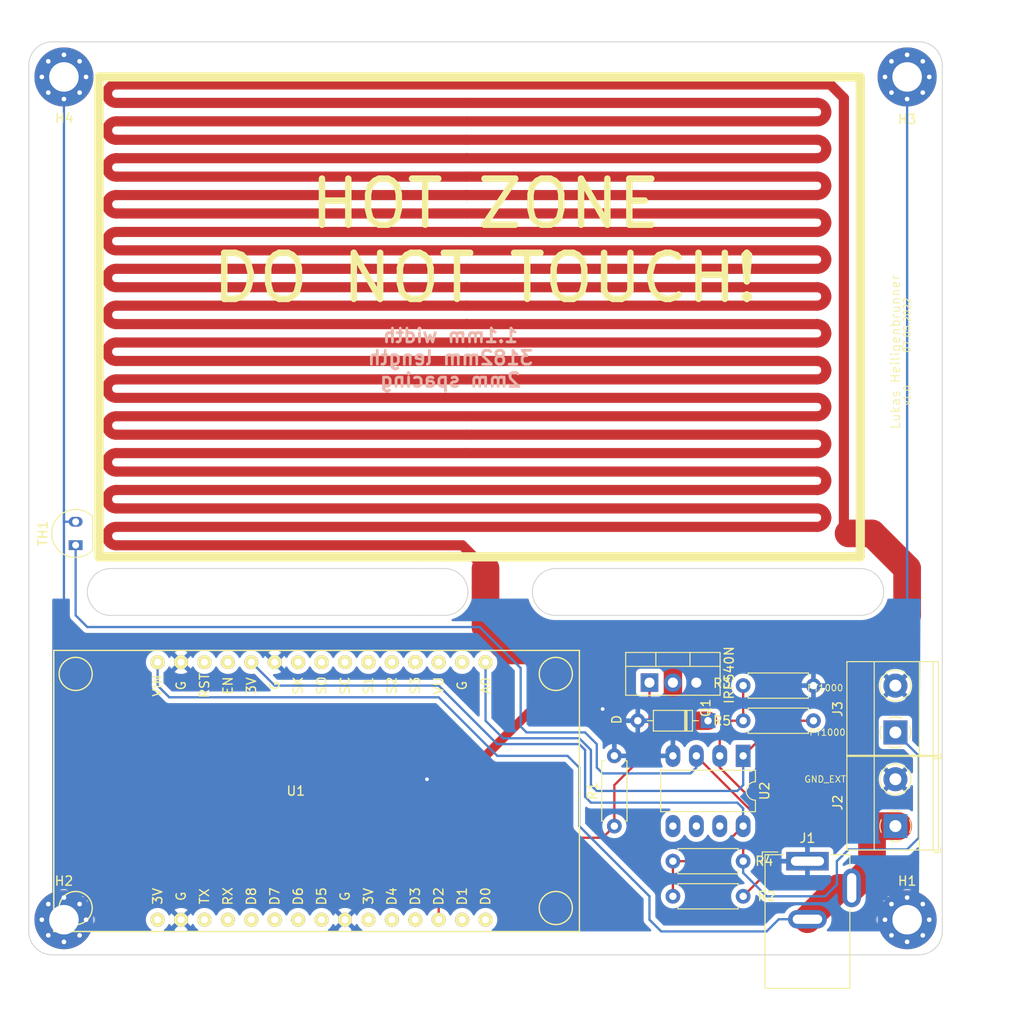
<source format=kicad_pcb>
(kicad_pcb (version 20211014) (generator pcbnew)

  (general
    (thickness 1.6)
  )

  (paper "A4")
  (title_block
    (title "SMD Reflow Solder")
    (rev "v1.0")
    (company "Lukas Heiligenbrunner")
  )

  (layers
    (0 "F.Cu" signal)
    (31 "B.Cu" signal)
    (32 "B.Adhes" user "B.Adhesive")
    (33 "F.Adhes" user "F.Adhesive")
    (34 "B.Paste" user)
    (35 "F.Paste" user)
    (36 "B.SilkS" user "B.Silkscreen")
    (37 "F.SilkS" user "F.Silkscreen")
    (38 "B.Mask" user)
    (39 "F.Mask" user)
    (40 "Dwgs.User" user "User.Drawings")
    (41 "Cmts.User" user "User.Comments")
    (42 "Eco1.User" user "User.Eco1")
    (43 "Eco2.User" user "User.Eco2")
    (44 "Edge.Cuts" user)
    (45 "Margin" user)
    (46 "B.CrtYd" user "B.Courtyard")
    (47 "F.CrtYd" user "F.Courtyard")
    (48 "B.Fab" user)
    (49 "F.Fab" user)
    (50 "User.1" user)
    (51 "User.2" user)
    (52 "User.3" user)
    (53 "User.4" user)
    (54 "User.5" user)
    (55 "User.6" user)
    (56 "User.7" user)
    (57 "User.8" user)
    (58 "User.9" user)
  )

  (setup
    (stackup
      (layer "F.SilkS" (type "Top Silk Screen"))
      (layer "F.Paste" (type "Top Solder Paste"))
      (layer "F.Mask" (type "Top Solder Mask") (thickness 0.01))
      (layer "F.Cu" (type "copper") (thickness 0.035))
      (layer "dielectric 1" (type "core") (thickness 1.51) (material "FR4") (epsilon_r 4.5) (loss_tangent 0.02))
      (layer "B.Cu" (type "copper") (thickness 0.035))
      (layer "B.Mask" (type "Bottom Solder Mask") (thickness 0.01))
      (layer "B.Paste" (type "Bottom Solder Paste"))
      (layer "B.SilkS" (type "Bottom Silk Screen"))
      (copper_finish "None")
      (dielectric_constraints no)
    )
    (pad_to_mask_clearance 0)
    (pcbplotparams
      (layerselection 0x00010fc_ffffffff)
      (disableapertmacros false)
      (usegerberextensions false)
      (usegerberattributes true)
      (usegerberadvancedattributes true)
      (creategerberjobfile true)
      (svguseinch false)
      (svgprecision 6)
      (excludeedgelayer true)
      (plotframeref false)
      (viasonmask false)
      (mode 1)
      (useauxorigin false)
      (hpglpennumber 1)
      (hpglpenspeed 20)
      (hpglpendiameter 15.000000)
      (dxfpolygonmode true)
      (dxfimperialunits true)
      (dxfusepcbnewfont true)
      (psnegative false)
      (psa4output false)
      (plotreference true)
      (plotvalue true)
      (plotinvisibletext false)
      (sketchpadsonfab false)
      (subtractmaskfromsilk false)
      (outputformat 1)
      (mirror false)
      (drillshape 0)
      (scaleselection 1)
      (outputdirectory "out/")
    )
  )

  (net 0 "")
  (net 1 "unconnected-(U1-Pad2)")
  (net 2 "unconnected-(U1-Pad4)")
  (net 3 "unconnected-(U1-Pad5)")
  (net 4 "unconnected-(U1-Pad6)")
  (net 5 "unconnected-(U1-Pad7)")
  (net 6 "unconnected-(U1-Pad8)")
  (net 7 "unconnected-(U1-Pad9)")
  (net 8 "unconnected-(U1-Pad12)")
  (net 9 "unconnected-(U1-Pad13)")
  (net 10 "unconnected-(U1-Pad16)")
  (net 11 "unconnected-(U1-Pad18)")
  (net 12 "unconnected-(U1-Pad19)")
  (net 13 "unconnected-(U1-Pad20)")
  (net 14 "unconnected-(U1-Pad21)")
  (net 15 "unconnected-(U1-Pad22)")
  (net 16 "unconnected-(U1-Pad23)")
  (net 17 "unconnected-(U1-Pad25)")
  (net 18 "unconnected-(U1-Pad26)")
  (net 19 "unconnected-(U1-Pad27)")
  (net 20 "unconnected-(U1-Pad29)")
  (net 21 "unconnected-(U1-Pad30)")
  (net 22 "VCC")
  (net 23 "GND")
  (net 24 "+3V3")
  (net 25 "Net-(R2-Pad2)")
  (net 26 "Net-(J3-Pad1)")
  (net 27 "Net-(Q1-Pad1)")
  (net 28 "unconnected-(U1-Pad3)")
  (net 29 "unconnected-(U2-Pad5)")
  (net 30 "unconnected-(U2-Pad6)")
  (net 31 "unconnected-(U2-Pad7)")
  (net 32 "/ADC0")

  (footprint "Resistor_THT:R_Axial_DIN0207_L6.3mm_D2.5mm_P7.62mm_Horizontal" (layer "F.Cu") (at 184.15 110.49))

  (footprint "MountingHole:MountingHole_3.2mm_M3_Pad_Via" (layer "F.Cu") (at 118.11 116.84))

  (footprint "Package_TO_SOT_THT:TO-220-3_Vertical" (layer "F.Cu") (at 181.61 91.115))

  (footprint "TerminalBlock_Phoenix:TerminalBlock_Phoenix_MKDS-1,5-2-5.08_1x02_P5.08mm_Horizontal" (layer "F.Cu") (at 208.28 96.52 90))

  (footprint "TerminalBlock_Phoenix:TerminalBlock_Phoenix_MKDS-1,5-2-5.08_1x02_P5.08mm_Horizontal" (layer "F.Cu") (at 208.28 106.68 90))

  (footprint "Resistor_THT:R_Axial_DIN0207_L6.3mm_D2.5mm_P7.62mm_Horizontal" (layer "F.Cu") (at 191.77 91.44))

  (footprint "Package_DIP:DIP-8_W7.62mm_LongPads" (layer "F.Cu") (at 191.77 99.06 -90))

  (footprint "MountingHole:MountingHole_3.2mm_M3_Pad_Via" (layer "F.Cu") (at 209.55 116.84))

  (footprint "ESP8266:NodeMCU-LoLinV3" (layer "F.Cu") (at 143.51 102.87 -90))

  (footprint "Package_TO_SOT_THT:TO-92-2" (layer "F.Cu") (at 119.38 76.2 90))

  (footprint "Resistor_THT:R_Axial_DIN0207_L6.3mm_D2.5mm_P7.62mm_Horizontal" (layer "F.Cu") (at 184.15 114.3))

  (footprint "MountingHole:MountingHole_3.2mm_M3_Pad_Via" (layer "F.Cu") (at 209.55 25.4))

  (footprint "Resistor_THT:R_Axial_DIN0207_L6.3mm_D2.5mm_P7.62mm_Horizontal" (layer "F.Cu") (at 177.8 106.68 90))

  (footprint "MountingHole:MountingHole_3.2mm_M3_Pad_Via" (layer "F.Cu") (at 118.11 25.4))

  (footprint "Resistor_THT:R_Axial_DIN0207_L6.3mm_D2.5mm_P7.62mm_Horizontal" (layer "F.Cu") (at 191.77 95.25))

  (footprint "Connector_BarrelJack:BarrelJack_GCT_DCJ200-10-A_Horizontal" (layer "F.Cu") (at 198.74 110.49))

  (footprint "Diode_THT:D_DO-35_SOD27_P7.62mm_Horizontal" (layer "F.Cu") (at 187.96 95.25 180))

  (gr_rect (start 121.92 25.4) (end 204.47 77.47) (layer "F.SilkS") (width 1) (fill none) (tstamp a152f063-a703-4c36-8f3f-666948886637))
  (gr_arc (start 123.19 83.82) (mid 120.65 81.28) (end 123.19 78.74) (layer "Edge.Cuts") (width 0.1) (tstamp 0bc88e76-2e2e-4cb4-8e06-f1c4d1253f61))
  (gr_arc (start 210.82 21.59) (mid 212.616051 22.333949) (end 213.36 24.13) (layer "Edge.Cuts") (width 0.1) (tstamp 2636e8c7-1d19-4048-89cd-0d5a1d0f3616))
  (gr_arc (start 213.36 118.11) (mid 212.616051 119.906051) (end 210.82 120.65) (layer "Edge.Cuts") (width 0.1) (tstamp 2d4ebdf5-600b-4a02-80c0-8613d77fd7f0))
  (gr_line (start 201.93 78.74) (end 204.47 78.74) (layer "Edge.Cuts") (width 0.1) (tstamp 363bb7e6-1115-48f7-9136-7e6eab648124))
  (gr_arc (start 171.45 83.82) (mid 168.91 81.28) (end 171.45 78.74) (layer "Edge.Cuts") (width 0.1) (tstamp 405a66d1-a84f-4752-83f8-f967dce9abca))
  (gr_line (start 201.93 83.82) (end 204.47 83.82) (layer "Edge.Cuts") (width 0.1) (tstamp 4cf7da03-5332-486c-aa34-68bf70cf8801))
  (gr_arc (start 204.47 78.74) (mid 207.01 81.28) (end 204.47 83.82) (layer "Edge.Cuts") (width 0.1) (tstamp 4f68486f-1ea9-4e69-9cf5-2365ef35979a))
  (gr_line (start 123.19 78.74) (end 156.845 78.74) (layer "Edge.Cuts") (width 0.1) (tstamp 55c15fc5-b5a9-43d7-9a88-bfa97086aa39))
  (gr_line (start 213.36 24.13) (end 213.36 116.84) (layer "Edge.Cuts") (width 0.1) (tstamp 5d52ecb2-7703-429d-9d6e-1d4065ec19b2))
  (gr_line (start 210.82 120.65) (end 116.84 120.65) (layer "Edge.Cuts") (width 0.1) (tstamp 67057d04-651f-4f55-b582-bd74269f0054))
  (gr_line (start 213.36 118.11) (end 213.36 116.84) (layer "Edge.Cuts") (width 0.1) (tstamp 6c4a9c47-b39e-4116-af07-d25fc075bc01))
  (gr_line (start 114.3 118.11) (end 114.3 24.13) (layer "Edge.Cuts") (width 0.1) (tstamp 6db957e6-8fd4-410a-83f4-6133ad518c4b))
  (gr_line (start 171.45 83.82) (end 201.93 83.82) (layer "Edge.Cuts") (width 0.1) (tstamp 84a61bcc-edb3-4f0a-b5ee-67ea7bf5fa50))
  (gr_arc (start 116.84 120.65) (mid 115.043949 119.906051) (end 114.3 118.11) (layer "Edge.Cuts") (width 0.1) (tstamp 8b9d1094-885a-498f-86cb-850195ff9047))
  (gr_line (start 171.45 78.74) (end 201.93 78.74) (layer "Edge.Cuts") (width 0.1) (tstamp a1c6121a-19fb-479d-8c88-f5f8bb896184))
  (gr_arc (start 114.3 24.13) (mid 115.043949 22.333949) (end 116.84 21.59) (layer "Edge.Cuts") (width 0.1) (tstamp aad4a83b-8cef-4ca6-99f0-718b538fd271))
  (gr_line (start 156.845 83.82) (end 159.385 83.82) (layer "Edge.Cuts") (width 0.1) (tstamp b7c39487-8f7b-4aac-a9b0-b8fb38f6405f))
  (gr_arc (start 159.385 78.74) (mid 161.925 81.28) (end 159.385 83.82) (layer "Edge.Cuts") (width 0.1) (tstamp bdbe3975-c63b-4400-934b-fd1b510361dc))
  (gr_line (start 116.84 21.59) (end 209.55 21.59) (layer "Edge.Cuts") (width 0.1) (tstamp ea5b4bfa-1915-4f97-877e-c393576dc740))
  (gr_line (start 156.845 78.74) (end 159.385 78.74) (layer "Edge.Cuts") (width 0.1) (tstamp f19a8eae-0230-4222-8201-8ff4c3ccb72a))
  (gr_line (start 123.19 83.82) (end 156.845 83.82) (layer "Edge.Cuts") (width 0.1) (tstamp f4e04a35-1b53-42a6-9fe4-09d51277124a))
  (gr_line (start 209.55 21.59) (end 210.82 21.59) (layer "Edge.Cuts") (width 0.1) (tstamp fe420f77-c9eb-481c-b9f6-270370590034))
  (gr_text "1.1mm width\n3182mm length\n2mm spacing" (at 160.02 55.88) (layer "B.SilkS") (tstamp 75c7e7b2-05e4-4767-8084-74e24409ba24)
    (effects (font (size 1.5 1.5) (thickness 0.3)) (justify mirror))
  )
  (gr_text "07.05.2022" (at 209.55 52.324 90) (layer "F.SilkS") (tstamp 09415402-d276-45b7-afb8-bf3974bf2a44)
    (effects (font (size 0.7 0.7) (thickness 0.1)))
  )
  (gr_text "Lukas Heiligenbrunner" (at 208.28 55.245 90) (layer "F.SilkS") (tstamp 0b1e5997-7cd1-4f74-a1f7-9972c74a00be)
    (effects (font (size 1 1) (thickness 0.1)))
  )
  (gr_text "PT1000" (at 200.66 91.694) (layer "F.SilkS") (tstamp 3b1c1768-766c-42cf-92e2-5ac179219634)
    (effects (font (size 0.7 0.7) (thickness 0.1)))
  )
  (gr_text "GND_EXT" (at 200.66 101.6) (layer "F.SilkS") (tstamp 4d8e08e2-d2ef-4e0b-94c4-a7c14b74b020)
    (effects (font (size 0.7 0.7) (thickness 0.1)))
  )
  (gr_text "HOT ZONE\nDO NOT TOUCH!" (at 163.83 43.18) (layer "F.SilkS") (tstamp 60e61964-6ea7-468c-b4d5-c464c2964fb4)
    (effects (font (size 5 5) (thickness 0.7)))
  )
  (gr_text "v1.0" (at 209.55 59.944 90) (layer "F.SilkS") (tstamp 842d9caa-951d-4df6-879c-ca93fb99c460)
    (effects (font (size 0.7 0.7) (thickness 0.1)))
  )
  (gr_text "PT1000" (at 200.914 96.52) (layer "F.SilkS") (tstamp b8ff5247-d7e9-49b7-a0d1-efa1eb141922)
    (effects (font (size 0.7 0.7) (thickness 0.1)))
  )
  (dimension (type aligned) (layer "Cmts.User") (tstamp 2d888120-70b2-4ada-b93e-953b16efebf9)
    (pts (xy 213.434615 21.59) (xy 213.434615 120.65))
    (height -5.005385)
    (gr_text "99.0600 mm" (at 217.29 71.12 90) (layer "Cmts.User") (tstamp 2d888120-70b2-4ada-b93e-953b16efebf9)
      (effects (font (size 1 1) (thickness 0.15)))
    )
    (format (units 3) (units_format 1) (precision 4))
    (style (thickness 0.15) (arrow_length 1.27) (text_position_mode 0) (extension_height 0.58642) (extension_offset 0.5) keep_text_aligned)
  )
  (dimension (type aligned) (layer "Cmts.User") (tstamp ac285884-6f03-4659-9705-75f1c21b3d37)
    (pts (xy 114.3 21.59) (xy 213.434615 21.59))
    (height -2.54)
    (gr_text "99.1346 mm" (at 163.867307 17.9) (layer "Cmts.User") (tstamp ac285884-6f03-4659-9705-75f1c21b3d37)
      (effects (font (size 1 1) (thickness 0.15)))
    )
    (format (units 3) (units_format 1) (precision 4))
    (style (thickness 0.15) (arrow_length 1.27) (text_position_mode 0) (extension_height 0.58642) (extension_offset 0.5) keep_text_aligned)
  )

  (segment (start 161.782 64.215998) (end 199.782 64.215999) (width 1.1) (layer "F.Cu") (net 22) (tstamp 028612cd-d4ec-44d1-8ed9-30c207d7af4a))
  (segment (start 161.782 66.215999) (end 123.782 66.216) (width 1.1) (layer "F.Cu") (net 22) (tstamp 0ba81f61-f0fa-4582-b69f-657fa406d11a))
  (segment (start 166.37 87.63) (end 184.15 87.63) (width 3) (layer "F.Cu") (net 22) (tstamp 0fe56f69-2fff-457b-9395-0243e44ebbde))
  (segment (start 123.782 48.21599) (end 161.782 48.21599) (width 1.1) (layer "F.Cu") (net 22) (tstamp 139c00be-92ae-4d0e-9f6c-354fc92eed27))
  (segment (start 199.782 38.215985) (end 161.782 38.215985) (width 1.1) (layer "F.Cu") (net 22) (tstamp 167cc30a-5c03-4c40-b32b-9bad7550c0c4))
  (segment (start 202.692 27.686) (end 201.221979 26.215979) (width 1.1) (layer "F.Cu") (net 22) (tstamp 1cf81213-8e8f-42dd-ae0b-133fe848f346))
  (segment (start 199.782 58.215995) (end 161.782 58.215995) (width 1.1) (layer "F.Cu") (net 22) (tstamp 21444cb3-391d-4dce-b130-6c2c2bcdd204))
  (segment (start 199.782 62.215997) (end 161.782 62.215997) (width 1.1) (layer "F.Cu") (net 22) (tstamp 2161b6be-b423-4a0d-81fa-e90c44425a2e))
  (segment (start 161.782 28.21598) (end 199.782 28.215981) (width 1.1) (layer "F.Cu") (net 22) (tstamp 243eb345-21f5-4ffc-a364-039ec3c76704))
  (segment (start 203.54 113.39) (end 202.14 113.39) (width 3) (layer "F.Cu") (net 22) (tstamp 2809d93d-31b2-4fb7-9d0c-09e434030635))
  (segment (start 161.782 42.215987) (end 123.782 42.215988) (width 1.1) (layer "F.Cu") (net 22) (tstamp 2dd778a8-eb55-4676-996b-b9bd3fa749ac))
  (segment (start 201.221979 26.215979) (end 123.782 26.21598) (width 1.1) (layer "F.Cu") (net 22) (tstamp 2f783dad-5b27-41d6-8c8f-2024f972ede2))
  (segment (start 161.782 36.215984) (end 199.782 36.215985) (width 1.1) (layer "F.Cu") (net 22) (tstamp 358c34ad-db27-47d4-816a-6e542551c0e6))
  (segment (start 123.782 72.216) (end 199.782 72.216) (width 1.1) (layer "F.Cu") (net 22) (tstamp 3678daae-68a2-42fb-a622-bbc111190212))
  (segment (start 184.15 91.115) (end 184.15 87.63) (width 2) (layer "F.Cu") (net 22) (tstamp 3968b21c-d74b-4f23-8366-2b685563687b))
  (segment (start 123.782 32.215982) (end 161.782 32.215982) (width 1.1) (layer "F.Cu") (net 22) (tstamp 3d990ac1-cc49-4f74-b4fc-339c61b1d0cf))
  (segment (start 161.782 32.215982) (end 199.782 32.215983) (width 1.1) (layer "F.Cu") (net 22) (tstamp 3fb6057e-9ccb-422f-aceb-1f6482a9dd9b))
  (segment (start 161.782 60.215996) (end 199.782 60.215997) (width 1.1) (layer "F.Cu") (net 22) (tstamp 41e1bb5b-048a-43a4-8766-5a11c20b3697))
  (segment (start 161.782 40.215986) (end 199.782 40.215987) (width 1.1) (layer "F.Cu") (net 22) (tstamp 4344a80d-e1dd-4822-8bb7-e33fe774d243))
  (segment (start 123.782 76.216) (end 161.306 76.216) (width 1.1) (layer "F.Cu") (net 22) (tstamp 47e5d317-50dc-44a7-823e-9053acbda789))
  (segment (start 187.96 95.25) (end 185.16 95.25) (width 2) (layer "F.Cu") (net 22) (tstamp 4ad26248-4d57-4a59-b21a-424d7a43ab9d))
  (segment (start 163.83 85.09) (end 166.37 87.63) (width 3) (layer "F.Cu") (net 22) (tstamp 567d23cd-eff0-447b-b716-25be3f3695fd))
  (segment (start 208.585 106.685) (end 205.745 106.685) (width 3) (layer "F.Cu") (net 22) (tstamp 59ecad3a-03c7-4666-8831-22ddef786059))
  (segment (start 161.782 34.215983) (end 123.782 34.215984) (width 1.1) (layer "F.Cu") (net 22) (tstamp 62b11505-d0d1-487b-966b-e2dd8f707b21))
  (segment (start 184.15 94.24) (end 184.15 91.115) (width 2) (layer "F.Cu") (net 22) (tstamp 6649df7f-fb63-42ca-9cf0-66f6816034fc))
  (segment (start 205.745 111.185) (end 203.54 113.39) (width 3) (layer "F.Cu") (net 22) (tstamp 6a0820ce-f7f2-4560-ae07-0411e13d1db4))
  (segment (start 199.782 66.215999) (end 161.782 66.215999) (width 1.1) (layer "F.Cu") (net 22) (tstamp 718124f7-68c7-4e3a-a1b3-766abda57378))
  (segment (start 123.782 44.215988) (end 161.782 44.215988) (width 1.1) (layer "F.Cu") (net 22) (tstamp 79e51953-a280-4e42-935b-2cc07323d55f))
  (segment (start 161.306 76.216) (end 163.83 78.74) (width 1.1) (layer "F.Cu") (net 22) (tstamp 7a04b9d1-36c8-46ba-b12a-2717e104a1d1))
  (segment (start 203.2 90.17) (end 209.55 83.82) (width 3) (layer "F.Cu") (net 22) (tstamp 7ffcc191-7727-4935-aabb-116959a7bd72))
  (segment (start 161.782 50.215991) (end 123.782 50.215992) (width 1.1) (layer "F.Cu") (net 22) (tstamp 81bd5556-62cf-4e30-8e15-399dde7b23da))
  (segment (start 209.55 78.74) (end 205.74 74.93) (width 3) (layer "F.Cu") (net 22) (tstamp 82712cba-cdff-405b-9e50-ecd452c66c2d))
  (segment (start 123.782 56.215994) (end 161.782 56.215994) (width 1.1) (layer "F.Cu") (net 22) (tstamp 878e39ca-52aa-4219-b065-790e3ef17925))
  (segment (start 199.782 42.215987) (end 161.782 42.215987) (width 1.1) (layer "F.Cu") (net 22) (tstamp 8c7ba5bd-08fc-4675-909d-67ddf6c5a620))
  (segment (start 199.782 30.215981) (end 161.782 30.215981) (width 1.1) (layer "F.Cu") (net 22) (tstamp 8e6cac67-797b-4573-b6bd-d31cccb6d234))
  (segment (start 199.782 46.215989) (end 161.782 46.215989) (width 1.1) (layer "F.Cu") (net 22) (tstamp 9416096d-77f2-491f-a3f2-900711d05770))
  (segment (start 161.782 58.215995) (end 123.782 58.215996) (width 1.1) (layer "F.Cu") (net 22) (tstamp 950ee74b-8446-4e97-8629-10797fa884df))
  (segment (start 199.782 70.216) (end 123.782 70.216) (width 1.1) (layer "F.Cu") (net 22) (tstamp 96520a8b-2adc-4132-a354-b1edde96fd17))
  (segment (start 123.782 68.216) (end 199.782 68.216) (width 1.1) (layer "F.Cu") (net 22) (tstamp 96fa1ce6-00ed-4c94-8fbb-9e96a4d691f7))
  (segment (start 205.745 106.685) (end 205.745 111.185) (width 3) (layer "F.Cu") (net 22) (tstamp 998c0b25-77dc-4668-9c00-c7c87f54fc6b))
  (segment (start 185.16 95.25) (end 184.15 94.24) (width 2) (layer "F.Cu") (net 22) (tstamp 9fd88bdb-0332-411a-9311-aaf488d4bb4e))
  (segment (start 161.782 52.215992) (end 199.782 52.215993) (width 1.1) (layer "F.Cu") (net 22) (tstamp a5ecd1b4-1c72-4cff-9266-debab2bec36f))
  (segment (start 161.782 48.21599) (end 199.782 48.215991) (width 1.1) (layer "F.Cu") (net 22) (tstamp a68bc5b6-24e1-43d5-8493-74b77b5a7301))
  (segment (start 123.782 36.215984) (end 161.782 36.215984) (width 1.1) (layer "F.Cu") (net 22) (tstamp acc15feb-c0ca-44f5-8ff8-524003fcfba5))
  (segment (start 203.2 74.93) (end 202.692 74.422) (width 1.1) (layer "F.Cu") (net 22) (tstamp ae854d51-eaff-45da-9fc7-4b3a0338cddd))
  (segment (start 123.782 40.215986) (end 161.782 40.215986) (width 1.1) (layer "F.Cu") (net 22) (tstamp afbc2619-b36a-4433-b863-f94d95f05ff5))
  (segment (start 161.782 44.215988) (end 199.782 44.215989) (width 1.1) (layer "F.Cu") (net 22) (tstamp afea4c1a-cdfc-4942-b842-24ddd846a982))
  (segment (start 161.782 62.215997) (end 123.782 62.215998) (width 1.1) (layer "F.Cu") (net 22) (tstamp b38e378a-ee60-40b1-8c1d-e5143a867ea1))
  (segment (start 161.782 46.215989) (end 123.782 46.21599) (width 1.1) (layer "F.Cu") (net 22) (tstamp b401b7f2-7532-471e-a792-50a9b2e5b016))
  (segment (start 123.782 28.21598) (end 161.782 28.21598) (width 1.1) (layer "F.Cu") (net 22) (tstamp b7490420-10a8-449a-a39b-e5e6bc64acd0))
  (segment (start 205.74 74.93) (end 203.2 74.93) (width 3) (layer "F.Cu") (net 22) (tstamp bbef2237-7689-4cc1-ba2b-dd75c619a21a))
  (segment (start 123.782 60.215996) (end 161.782 60.215996) (width 1.1) (layer "F.Cu") (net 22) (tstamp bc34cb03-3b67-49ec-9a3e-156d01679f31))
  (segment (start 161.782 54.215993) (end 123.782 54.215994) (width 1.1) (layer "F.Cu") (net 22) (tstamp bf601aed-817e-4075-b698-2d562c57e6dc))
  (segment (start 123.782 52.215992) (end 161.782 52.215992) (width 1.1) (layer "F.Cu") (net 22) (tstamp c04eb728-8917-4fa2-9eb2-21ce30739510))
  (segment (start 199.782 54.215993) (end 161.782 54.215993) (width 1.1) (layer "F.Cu") (net 22) (tstamp c2c27476-bbfd-43e0-8f7a-356f5a60fdc7))
  (segment (start 202.692 74.422) (end 202.692 27.686) (width 1.1) (layer "F.Cu") (net 22) (tstamp ca3ef774-3c14-4314-b804-e22b9169e0b7))
  (segment (start 161.782 30.215981) (end 123.782 30.215982) (width 1.1) (layer "F.Cu") (net 22) (tstamp d160b18d-23dc-409e-a209-5ace6d073afb))
  (segment (start 161.782 56.215994) (end 199.782 56.215995) (width 1.1) (layer "F.Cu") (net 22) (tstamp d1b5fded-0ad4-4a2b-ac12-346f1f487d1e))
  (segment (start 199.782 34.215983) (end 161.782 34.215983) (width 1.1) (layer "F.Cu") (net 22) (tstamp d586a142-9e4b-402e-8a4c-1739b79e2af0))
  (segment (start 203.2 104.14) (end 203.2 90.17) (width 3) (layer "F.Cu") (net 22) (tstamp dcc354e2-f47b-4b7a-8cf1-a9a7f9d0146c))
  (segment (start 161.782 38.215985) (end 123.782 38.215986) (width 1.1) (layer "F.Cu") (net 22) (tstamp e15a33a1-4fa0-476d-957d-c1aff4c61ee4))
  (segment (start 209.55 83.82) (end 209.55 78.74) (width 3) (layer "F.Cu") (net 22) (tstamp e4cf69e3-3bce-4915-812e-6144983cb350))
  (segment (start 199.782 50.215991) (end 161.782 50.215991) (width 1.1) (layer "F.Cu") (net 22) (tstamp e78d4b48-7763-436f-be9a-b16e630c931f))
  (segment (start 202.14 113.39) (end 198.74 116.79) (width 3) (layer "F.Cu") (net 22) (tstamp e8f12183-7676-4727-944a-f6c76a25855e))
  (segment (start 123.782 64.215998) (end 161.782 64.215998) (width 1.1) (layer "F.Cu") (net 22) (tstamp e9fd736d-f126-4def-a150-918ca0aee616))
  (segment (start 205.745 106.685) (end 203.2 104.14) (width 3) (layer "F.Cu") (net 22) (tstamp ef611875-aec2-4afd-9772-c8bdd0b82c42))
  (segment (start 199.782 74.216) (end 123.782 74.216) (width 1.1) (layer "F.Cu") (net 22) (tstamp f1ea26af-7f98-4966-a813-41ed53d6d835))
  (segment (start 163.83 85.09) (end 163.83 78.74) (width 3) (layer "F.Cu") (net 22) (tstamp f9ab31ee-2383-471d-b158-abff1dd16e93))
  (arc (start 123.782 34.215984) (mid 123.074893 34.508877) (end 122.782 35.215984) (width 1.1) (layer "F.Cu") (net 22) (tstamp 07ffbe37-e0de-4492-b3fe-5ff5b6b88cc9))
  (arc (start 123.782 30.215982) (mid 123.074893 30.508875) (end 122.782 31.215982) (width 1.1) (layer "F.Cu") (net 22) (tstamp 0893dbc7-9df6-453d-9799-3f2623527043))
  (arc (start 200.782 37.215985) (mid 200.489107 37.923092) (end 199.782 38.215985) (width 1.1) (layer "F.Cu") (net 22) (tstamp 1373c1bf-8d91-4f23-bc3f-e6894e01b178))
  (arc (start 122.782 39.215986) (mid 123.074893 39.923093) (end 123.782 40.215986) (width 1.1) (layer "F.Cu") (net 22) (tstamp 15cc7357-1955-4215-9bcc-a50f6077563e))
  (arc (start 200.782 49.215991) (mid 200.489107 49.923098) (end 199.782 50.215991) (width 1.1) (layer "F.Cu") (net 22) (tstamp 19bdba1d-33aa-4d16-8ed6-95da3f226b4c))
  (arc (start 123.782 54.215994) (mid 123.074893 54.508887) (end 122.782 55.215994) (width 1.1) (layer "F.Cu") (net 22) (tstamp 1d2ec16a-ec34-405c-8f39-1c855b53a54e))
  (arc (start 199.782 52.215993) (mid 200.489107 52.508886) (end 200.782 53.215993) (width 1.1) (layer "F.Cu") (net 22) (tstamp 23402165-70b9-452b-930f-c84708ff1d41))
  (arc (start 122.782 59.215996) (mid 123.074893 59.923103) (end 123.782 60.215996) (width 1.1) (layer "F.Cu") (net 22) (tstamp 36681eee-0297-4694-80e2-e16aec3ca4da))
  (arc (start 200.782 69.216) (mid 200.489107 69.923107) (end 199.782 70.216) (width 1.1) (layer "F.Cu") (net 22) (tstamp 3c1d0247-57b3-4352-9342-3d1f17cbbc90))
  (arc (start 199.782 48.215991) (mid 200.489107 48.508884) (end 200.782 49.215991) (width 1.1) (layer "F.Cu") (net 22) (tstamp 3c6d1421-1502-4219-ab36-6162665db3e2))
  (arc (start 123.782 50.215992) (mid 123.074893 50.508885) (end 122.782 51.215992) (width 1.1) (layer "F.Cu") (net 22) (tstamp 444a1f16-56f8-428b-b650-74569959f12f))
  (arc (start 122.782 31.215982) (mid 123.074893 31.923089) (end 123.782 32.215982) (width 1.1) (layer "F.Cu") (net 22) (tstamp 4ccf5724-b079-4e88-87fc-8d85c851dc4e))
  (arc (start 199.782 36.215985) (mid 200.489107 36.508878) (end 200.782 37.215985) (width 1.1) (layer "F.Cu") (net 22) (tstamp 4e750506-5cbe-4712-a3a8-45d73eb74eba))
  (arc (start 200.782 53.215993) (mid 200.489107 53.9231) (end 199.782 54.215993) (width 1.1) (layer "F.Cu") (net 22) (tstamp 50c561b5-8a60-4a2e-afe0-9beb074e8028))
  (arc (start 123.782 26.21598) (mid 123.074893 26.508873) (end 122.782 27.21598) (width 1.1) (layer "F.Cu") (net 22) (tstamp 54fb2206-09fa-43d3-8c61-0f39d5905702))
  (arc (start 123.782 62.215998) (mid 123.074893 62.508891) (end 122.782 63.215998) (width 1.1) (layer "F.Cu") (net 22) (tstamp 57e36e35-3040-4046-a8ef-d613152d7e61))
  (arc (start 122.782 35.215984) (mid 123.074893 35.923091) (end 123.782 36.215984) (width 1.1) (layer "F.Cu") (net 22) (tstamp 63e50193-de95-4277-bb64-836ba9a61865))
  (arc (start 122.782 51.215992) (mid 123.074893 51.923099) (end 123.782 52.215992) (width 1.1) (layer "F.Cu") (net 22) (tstamp 6ea2bd2a-959c-499a-b2af-8154d013f22a))
  (arc (start 123.782 58.215996) (mid 123.074893 58.508889) (end 122.782 59.215996) (width 1.1) (layer "F.Cu") (net 22) (tstamp 769473bc-4962-4190-9542-512301f944f6))
  (arc (start 200.782 29.215981) (mid 200.489107 29.923088) (end 199.782 30.215981) (width 1.1) (layer "F.Cu") (net 22) (tstamp 8d11afd4-8428-4eba-b828-bb735678e9f8))
  (arc (start 199.782 60.215997) (mid 200.489107 60.50889) (end 200.782 61.215997) (width 1.1) (layer "F.Cu") (net 22) (tstamp 8f96557b-2b42-4bf2-8663-9f914b2af255))
  (arc (start 123.782 38.215986) (mid 123.074893 38.508879) (end 122.782 39.215986) (width 1.1) (layer "F.Cu") (net 22) (tstamp 90dbc925-ab84-4127-9d32-6657c8f002c1))
  (arc (start 199.782 72.216) (mid 200.489107 72.508893) (end 200.782 73.216) (width 1.1) (layer "F.Cu") (net 22) (tstamp 9fc266ba-0160-4b2e-b399-e6829cb459b5))
  (arc (start 200.782 45.215989) (mid 200.489107 45.923096) (end 199.782 46.215989) (width 1.1) (layer "F.Cu") (net 22) (tstamp a014a31d-2a9b-4df6-b98b-7795a80edd57))
  (arc (start 200.782 41.215987) (mid 200.489107 41.923094) (end 199.782 42.215987) (width 1.1) (layer "F.Cu") (net 22) (tstamp aafb827e-970c-465f-a9ae-efca448fcaad))
  (arc (start 199.782 64.215999) (mid 200.489107 64.508892) (end 200.782 65.215999) (width 1.1) (layer "F.Cu") (net 22) (tstamp ab10fcea-4af2-46e2-9e7c-e0c3e533ab58))
  (arc (start 199.782 28.215981) (mid 200.489107 28.508874) (end 200.782 29.215981) (width 1.1) (layer "F.Cu") (net 22) (tstamp ad4e00af-0df6-4a25-b327-4fd9d641163b))
  (arc (start 199.782 56.215995) (mid 200.489107 56.508888) (end 200.782 57.215995) (width 1.1) (layer "F.Cu") (net 22) (tstamp ada701d8-a3a8-4f76-bf64-66b85985d395))
  (arc (start 123.782 66.216) (mid 123.074893 66.508893) (end 122.782 67.216) (width 1.1) (layer "F.Cu") (net 22) (tstamp ae1c2f83-2ef2-433d-b45b-3b232786c02c))
  (arc (start 123.782 46.21599) (mid 123.074893 46.508883) (end 122.782 47.21599) (width 1.1) (layer "F.Cu") (net 22) (tstamp ae6dfa91-3721-4772-894c-89c55a9e5fca))
  (arc (start 199.782 68.216) (mid 200.489107 68.508893) (end 200.782 69.216) (width 1.1) (layer "F.Cu") (net 22) (tstamp b8a4a13e-2efe-4dc2-9851-03e1175bf809))
  (arc (start 123.782 74.216) (mid 123.074893 74.508893) (end 122.782 75.216) (width 1.1) (layer "F.Cu") (net 22) (tstamp bd8279bc-39b6-4ddf-9fc5-567f85bf6e04))
  (arc (start 199.782 44.215989) (mid 200.489107 44.508882) (end 200.782 45.215989) (width 1.1) (layer "F.Cu") (net 22) (tstamp be085264-9151-40f3-8bc6-c88f39c99c72))
  (arc (start 122.782 55.215994) (mid 123.074893 55.923101) (end 123.782 56.215994) (width 1.1) (layer "F.Cu") (net 22) (tstamp be7ed3e9-5423-4934-91d8-e7730cce9c1d))
  (arc (start 199.782 32.215983) (mid 200.489107 32.508876) (end 200.782 33.215983) (width 1.1) (layer "F.Cu") (net 22) (tstamp c0087f83-430d-45fc-9a4e-1c4fe93d6218))
  (arc (start 123.782 70.216) (mid 123.074893 70.508893) (end 122.782 71.216) (width 1.1) (layer "F.Cu") (net 22) (tstamp c3cb65ac-1b92-45eb-9514-6ad74c30fc8b))
  (arc (start 122.782 27.21598) (mid 123.074893 27.923087) (end 123.782 28.21598) (width 1.1) (layer "F.Cu") (net 22) (tstamp c625a2c2-932c-4b1f-80c5-a23dd84c524b))
  (arc (start 200.782 33.215983) (mid 200.489107 33.92309) (end 199.782 34.215983) (width 1.1) (layer "F.Cu") (net 22) (tstamp d3a97fa3-83c2-4fdb-a9c8-c85d7e5b755e))
  (arc (start 200.782 65.215999) (mid 200.489107 65.923106) (end 199.782 66.215999) (width 1.1) (layer "F.Cu") (net 22) (tstamp d71232d5-2a1a-4a49-bdab-f80f40c920e1))
  (arc (start 200.782 73.216) (mid 200.489107 73.923107) (end 199.782 74.216) (width 1.1) (layer "F.Cu") (net 22) (tstamp ddb9bec6-7781-4fac-ba63-66443431304a))
  (arc (start 122.782 67.216) (mid 123.074893 67.923107) (end 123.782 68.216) (width 1.1) (layer "F.Cu") (net 22) (tstamp de430546-c770-4256-9b59-a3f5b2ecfcdd))
  (arc (start 122.782 63.215998) (mid 123.074893 63.923105) (end 123.782 64.215998) (width 1.1) (layer "F.Cu") (net 22) (tstamp df07eb29-6fdd-4314-a28a-05df8dd7e8e7))
  (arc (start 122.782 47.21599) (mid 123.074893 47.923097) (end 123.782 48.21599) (width 1.1) (layer "F.Cu") (net 22) (tstamp df7ec919-7d3d-4f44-b42f-d492bfdfa9ad))
  (arc (start 200.782 61.215997) (mid 200.489107 61.923104) (end 199.782 62.215997) (width 1.1) (layer "F.Cu") (net 22) (tstamp e0daf45a-617f-4efe-836f-52f16ac57b24))
  (arc (start 122.782 71.216) (mid 123.074893 71.923107) (end 123.782 72.216) (width 1.1) (layer "F.Cu") (net 22) (tstamp e25a8fd3-4d29-4738-a897-7f679a708b8e))
  (arc (start 200.782 57.215995) (mid 200.489107 57.923102) (end 199.782 58.215995) (width 1.1) (layer "F.Cu") (net 22) (tstamp e5eb0cd6-3f47-4f73-854b-a5a868ee5b2f))
  (arc (start 123.782 42.215988) (mid 123.074893 42.508881) (end 122.782 43.215988) (width 1.1) (layer "F.Cu") (net 22) (tstamp f75a0456-e6ad-49f9-baf4-c5f6f64aa210))
  (arc (start 122.782 75.216) (mid 123.074893 75.923107) (end 123.782 76.216) (width 1.1) (layer "F.Cu") (net 22) (tstamp fa221136-8db1-47d1-a16d-e0ca4b54b545))
  (arc (start 199.782 40.215987) (mid 200.489107 40.50888) (end 200.782 41.215987) (width 1.1) (layer "F.Cu") (net 22) (tstamp fe9a90b2-6544-412a-9ab3-cd9dad49231e))
  (arc (start 122.782 43.215988) (mid 123.074893 43.923095) (end 123.782 44.215988) (width 1.1) (layer "F.Cu") (net 22) (tstamp ff5421a3-a7af-4a3e-9c50-e113529fac6a))
  (segment (start 165.1 99.06) (end 172.72 99.06) (width 0.25) (layer "B.Cu") (net 22) (tstamp 15c150f6-1f4a-4017-af1a-eed84c14f96d))
  (segment (start 128.27 91.44) (end 129.54 92.71) (width 0.25) (layer "B.Cu") (net 22) (tstamp 2f7a3de1-c54d-4ad9-a433-f6a1e2fe58ce))
  (segment (start 194.31 118.11) (end 195.63 116.79) (width 0.25) (layer "B.Cu") (net 22) (tstamp 59e90323-2351-4476-9c95-6d1bfd5eeaf7))
  (segment (start 173.99 100.33) (end 173.99 106.68) (width 0.25) (layer "B.Cu") (net 22) (tstamp 5e21555f-3841-46b1-8412-6055651fced6))
  (segment (start 128.27 88.9) (end 128.27 91.44) (width 0.25) (layer "B.Cu") (net 22) (tstamp 602d1bd8-ff50-48c5-8b14-55b68c93a93c))
  (segment (start 181.61 116.84) (end 182.88 118.11) (width 0.25) (layer "B.Cu") (net 22) (tstamp 7eb97a8c-6dd2-47a0-8783-8084b9d8c663))
  (segment (start 195.63 116.79) (end 198.74 116.79) (width 0.25) (layer "B.Cu") (net 22) (tstamp 8e1daef9-b9b8-40bf-9f51-43479e838863))
  (segment (start 181.61 114.3) (end 181.61 116.84) (width 0.25) (layer "B.Cu") (net 22) (tstamp 92723b51-c234-401d-ba4f-f2e3cd6e21e3))
  (segment (start 182.88 118.11) (end 194.31 118.11) (width 0.25) (layer "B.Cu") (net 22) (tstamp badace39-241a-4442-954a-0b4f344f3e5c))
  (segment (start 172.72 99.06) (end 173.99 100.33) (width 0.25) (layer "B.Cu") (net 22) (tstamp d06f50c4-9268-4383-8ac0-375fa30446d2))
  (segment (start 173.99 106.68) (end 181.61 114.3) (width 0.25) (layer "B.Cu") (net 22) (tstamp d728725b-8d8e-4c55-834f-148e8ab8b12e))
  (segment (start 129.54 92.71) (end 158.75 92.71) (width 0.25) (layer "B.Cu") (net 22) (tstamp d83e8337-6457-47ca-bfa1-f7ae6b50acc2))
  (segment (start 158.75 92.71) (end 165.1 99.06) (width 0.25) (layer "B.Cu") (net 22) (tstamp dc1438fc-598c-4a6f-ade3-f9f9631ef70c))
  (segment (start 157.48 101.6) (end 161.29 101.6) (width 1) (layer "F.Cu") (net 23) (tstamp 180f5f5e-4fe8-4cd7-b0b1-a6047d9212f9))
  (segment (start 161.29 101.6) (end 168.91 93.98) (width 1) (layer "F.Cu") (net 23) (tstamp d4f7ba94-086f-4826-9cce-769fe0ee215e))
  (segment (start 168.91 93.98) (end 176.53 93.98) (width 1) (layer "F.Cu") (net 23) (tstamp fe397683-46f4-4333-8de1-c08a1e730ea6))
  (via (at 176.53 93.98) (size 2) (drill 0.4) (layers "F.Cu" "B.Cu") (free) (net 23) (tstamp 48cf9802-3f27-4a7e-9923-a56dfe48867c))
  (via (at 157.48 101.6) (size 2) (drill 0.4) (layers "F.Cu" "B.Cu") (free) (net 23) (tstamp 66dbaf33-ba5b-4b95-9997-3ec89c19c44b))
  (segment (start 119.38 73.66) (end 118.11 73.66) (width 0.25) (layer "B.Cu") (net 23) (tstamp 43d17e1c-c7c6-4d76-b91e-e68b3ccbfe54))
  (segment (start 118.11 25.4) (end 118.11 72.39) (width 0.25) (layer "B.Cu") (net 23) (tstamp 7b128d06-c2bc-4728-a41d-73ba8084b118))
  (segment (start 118.11 72.39) (end 118.11 82.11) (width 0.25) (layer "B.Cu") (net 23) (tstamp 862b17c6-31fb-4a86-8ea8-297aaa1154f1))
  (segment (start 208.28 26.67) (end 209.55 25.4) (width 0.25) (layer "B.Cu") (net 23) (tstamp a48061e3-73a7-4603-b410-fac74dea7c4d))
  (segment (start 118.11 73.66) (end 118.11 72.39) (width 0.25) (layer "B.Cu") (net 23) (tstamp d216c541-fab1-494b-860f-01c4161453ec))
  (segment (start 209.55 25.4) (end 209.55 82.55) (width 0.25) (layer "B.Cu") (net 23) (tstamp d36c4fbe-232d-409c-9764-dc10caeaf4d8))
  (segment (start 187.96 110.49) (end 191.76 106.69) (width 0.25) (layer "F.Cu") (net 24) (tstamp 1a176beb-23bb-480c-8d65-a318418883e1))
  (segment (start 184.15 110.49) (end 187.96 110.49) (width 0.25) (layer "F.Cu") (net 24) (tstamp 8e8fae40-fe81-46ea-bbda-60c5bf9e8da3))
  (segment (start 184.15 114.3) (end 184.15 110.49) (width 0.25) (layer "F.Cu") (net 24) (tstamp a13349c4-cc9f-4bcd-bf4c-2db4ef416347))
  (segment (start 184.16 110.48) (end 184.15 110.49) (width 0.25) (layer "F.Cu") (net 24) (tstamp e5a289d5-2d8e-4647-97f9-0f74876123ea))
  (segment (start 174.625 98.425) (end 174.625 103.505) (width 0.25) (layer "B.Cu") (net 24) (tstamp 3b65d9dd-0d35-4098-ac1c-fe0afc4c7218))
  (segment (start 175.26 104.14) (end 191.135 104.14) (width 0.25) (layer "B.Cu") (net 24) (tstamp 3eece5a8-1f03-4adc-839b-89d38214b639))
  (segment (start 165.1 97.79) (end 173.99 97.79) (width 0.25) (layer "B.Cu") (net 24) (tstamp 625642d7-75b9-4c54-9ec8-63ce71a2d265))
  (segment (start 191.76 104.785) (end 191.76 106.69) (width 0.25) (layer "B.Cu") (net 24) (tstamp 70a3ec43-f6b9-4579-adae-cda0dc1e09ef))
  (segment (start 191.135 104.14) (end 191.77 104.775) (width 0.25) (layer "B.Cu") (net 24) (tstamp 76474dd6-2381-4e93-9674-aedb442beb17))
  (segment (start 173.99 97.79) (end 174.625 98.425) (width 0.25) (layer "B.Cu") (net 24) (tstamp 7d8c5184-8426-40db-9024-d07d86c42066))
  (segment (start 138.43 88.9) (end 140.97 91.44) (width 0.25) (layer "B.Cu") (net 24) (tstamp 8d6832b6-811c-4945-8407-2e9b8d80f6ef))
  (segment (start 158.75 91.44) (end 165.1 97.79) (width 0.25) (layer "B.Cu") (net 24) (tstamp 8e2fab7c-1120-464e-a503-57894c94759f))
  (segment (start 191.77 104.775) (end 191.76 104.785) (width 0.25) (layer "B.Cu") (net 24) (tstamp a1a76908-af40-4b0d-aa3d-f546d923ac41))
  (segment (start 174.625 103.505) (end 175.26 104.14) (width 0.25) (layer "B.Cu") (net 24) (tstamp c6b93e0b-d901-4e21-a005-90e972b4e958))
  (segment (start 140.97 91.44) (end 158.75 91.44) (width 0.25) (layer "B.Cu") (net 24) (tstamp ee70bdf7-2b11-4de2-9ea9-e465a51043d8))
  (segment (start 190.5 95.25) (end 191.77 95.25) (width 0.25) (layer "F.Cu") (net 25) (tstamp 3d046019-894f-46e3-919b-6e597a050027))
  (segment (start 189.23 99.06) (end 189.23 96.52) (width 0.25) (layer "F.Cu") (net 25) (tstamp 6abe3f9a-af70-400d-b64c-6cad60de51a6))
  (segment (start 189.22 100.32) (end 189.22 99.07) (width 0.25) (layer "F.Cu") (net 25) (tstamp 8bc791b2-3810-4835-950a-d0926e18c838))
  (segment (start 194.31 105.41) (end 189.22 100.32) (width 0.25) (layer "F.Cu") (net 25) (tstamp 959cc62c-9379-4a18-be88-45f07226bc10))
  (segment (start 191.77 114.3) (end 193.675 112.395) (width 0.25) (layer "F.Cu") (net 25) (tstamp b102b402-d131-4ffa-8ddd-27efe9947332))
  (segment (start 193.675 108.585) (end 194.31 107.95) (width 0.25) (layer "F.Cu") (net 25) (tstamp ba61e9e7-955a-4e4f-a601-4bcc71808833))
  (segment (start 189.23 96.52) (end 190.5 95.25) (width 0.25) (layer "F.Cu") (net 25) (tstamp ca4b71e8-23a4-4168-98a3-329819c1ef51))
  (segment (start 193.675 112.395) (end 193.675 108.585) (width 0.25) (layer "F.Cu") (net 25) (tstamp d181a8c4-4f7b-40f7-9901-2ad970b9adef))
  (segment (start 191.77 95.25) (end 191.77 91.44) (width 0.25) (layer "F.Cu") (net 25) (tstamp db575c71-6c84-4f97-8098-f4552210bf6c))
  (segment (start 194.31 107.95) (end 194.31 105.41) (width 0.25) (layer "F.Cu") (net 25) (tstamp f0b41b33-47c3-4b8c-8ebf-8ed8460d70d2))
  (segment (start 193.675 107.315) (end 193.675 106.065) (width 0.25) (layer "F.Cu") (net 26) (tstamp 960ddf29-ddce-447f-9b66-5dcee6ea2b21))
  (segment (start 191.77 110.49) (end 191.77 109.22) (width 0.25) (layer "F.Cu") (net 26) (tstamp 97b1d96e-e456-4103-a4f9-1ddc01fb331a))
  (segment (start 193.675 106.065) (end 186.68 99.07) (width 0.25) (layer "F.Cu") (net 26) (tstamp aad6b73e-e88f-4cf5-8bd4-7038e8ae8f2b))
  (segment (start 191.77 109.22) (end 193.675 107.315) (width 0.25) (layer "F.Cu") (net 26) (tstamp afc410de-dd0e-4821-9a96-b0cec1780c17))
  (segment (start 174.625 96.52) (end 175.895 97.79) (width 0.25) (layer "B.Cu") (net 26) (tstamp 0789a958-2dfd-48ba-89f9-be1269c36ee2))
  (segment (start 201.93 110.49) (end 203.2 109.22) (width 0.25) (layer "B.Cu") (net 26) (tstamp 414de61f-3196-455d-9878-973b52f7dc27))
  (segment (start 200.66 114.3) (end 201.93 113.03) (width 0.25) (layer "B.Cu") (net 26) (tstamp 4184f00c-ec2b-46b8-ab2b-08f789975b5d))
  (segment (start 176.53 100.965) (end 186.055 100.965) (width 0.25) (layer "B.Cu") (net 26) (tstamp 427c13b1-c79c-463f-9cbb-e5d4b6f031b5))
  (segment (start 210.82 107.95) (end 210.82 99.06) (width 0.25) (layer "B.Cu") (net 26) (tstamp 485b4911-751a-470a-aa0b-a6d013c976bf))
  (segment (start 194.31 114.3) (end 200.66 114.3) (width 0.25) (layer "B.Cu") (net 26) (tstamp 48dce12a-7dac-4849-986f-bd866e3de08f))
  (segment (start 209.55 109.22) (end 210.82 107.95) (width 0.25) (layer "B.Cu") (net 26) (tstamp 510bacf5-bcc2-485a-bcc5-50c14f62d815))
  (segment (start 210.82 99.06) (end 208.28 96.52) (width 0.25) (layer "B.Cu") (net 26) (tstamp 57f0fb35-4c9e-43d4-850f-7fa70c4d97ae))
  (segment (start 119.38 76.2) (end 119.38 83.82) (width 0.25) (layer "B.Cu") (net 26) (tstamp 6e907a23-5bd8-4687-b42b-8ad0a4afd7a8))
  (segment (start 186.055 100.965) (end 186.69 100.33) (width 0.25) (layer "B.Cu") (net 26) (tstamp 75ef25dd-9132-4c3a-933d-773c333a0888))
  (segment (start 163.195 85.09) (end 167.64 89.535) (width 0.25) (layer "B.Cu") (net 26) (tstamp 7b382862-ad06-4c2e-bd70-25837ba701cf))
  (segment (start 175.895 100.33) (end 176.53 100.965) (width 0.25) (layer "B.Cu") (net 26) (tstamp 893164d6-0450-4443-864d-fc1406862324))
  (segment (start 186.69 100.33) (end 186.69 99.06) (width 0.25) (layer "B.Cu") (net 26) (tstamp 8b8e11e9-4f48-4ea0-a607-0a14ae30093d))
  (segment (start 175.895 97.79) (end 175.895 100.33) (width 0.25) (layer "B.Cu") (net 26) (tstamp a6443d44-3ebc-4bee-8f00-24562852e43f))
  (segment (start 191.77 110.49) (end 191.77 111.76) (width 0.25) (layer "B.Cu") (net 26) (tstamp a786cbfd-8216-4af0-8b7e-17115117fc9d))
  (segment (start 191.77 111.76) (end 194.31 114.3) (width 0.25) (layer "B.Cu") (net 26) (tstamp a7e7afb7-cd8a-478e-a84a-279271f74595))
  (segment (start 167.64 95.885) (end 168.275 96.52) (width 0.25) (layer "B.Cu") (net 26) (tstamp a81b3d2c-e401-4a4f-8535-9d189c964481))
  (segment (start 119.38 83.82) (end 120.65 85.09) (width 0.25) (layer "B.Cu") (net 26) (tstamp b255551c-c14d-42cc-a7d6-836d62fbbf1b))
  (segment (start 120.65 85.09) (end 163.195 85.09) (width 0.25) (layer "B.Cu") (net 26) (tstamp b8ddece9-2ab0-4078-b128-737c25a3b11b))
  (segment (start 167.64 89.535) (end 167.64 95.885) (width 0.25) (layer "B.Cu") (net 26) (tstamp c6d63dec-62b5-4ffc-8f47-15a2f24c15b1))
  (segment (start 201.93 113.03) (end 201.93 110.49) (width 0.25) (layer "B.Cu") (net 26) (tstamp cbf909e7-b1bb-457b-9bc7-2cc06a590dbf))
  (segment (start 203.2 109.22) (end 209.55 109.22) (width 0.25) (layer "B.Cu") (net 26) (tstamp e650eff7-957a-45ef-8d7a-a08942736854))
  (segment (start 168.275 96.52) (end 174.625 96.52) (width 0.25) (layer "B.Cu") (net 26) (tstamp f73e4307-c5ba-48bb-b131-38b7233ec85b))
  (segment (start 181.61 91.115) (end 181.61 98.425) (width 0.25) (layer "F.Cu") (net 27) (tstamp 2f641fd5-2d84-4fd5-b737-05641328e271))
  (segment (start 177.8 106.68) (end 177.8 102.235) (width 0.25) (layer "F.Cu") (net 27) (tstamp 49fe882a-08c8-4af7-b84b-33d3e13c81eb))
  (segment (start 177.8 106.68) (end 176.53 107.95) (width 0.25) (layer "F.Cu") (net 27) (tstamp 6e4e28ad-56c5-44e0-aa94-169c549239d5))
  (segment (start 181.61 98.425) (end 180.975 99.06) (width 0.25) (layer "F.Cu") (net 27) (tstamp 7da4fdb1-b30e-43da-8a1a-cc51781ed841))
  (segment (start 177.8 102.235) (end 180.975 99.06) (width 0.25) (layer "F.Cu") (net 27) (tstamp 82e9d667-68ea-4256-a9f4-2f0a2d5d0114))
  (segment (start 176.53 107.95) (end 162.56 107.95) (width 0.25) (layer "F.Cu") (net 27) (tstamp b8cfcbe0-c621-4285-9842-fad11afc562b))
  (segment (start 162.56 107.95) (end 158.75 111.76) (width 0.25) (layer "F.Cu") (net 27) (tstamp bcfea7a0-601d-4a18-8957-c5d5b7abb60a))
  (segment (start 158.75 111.76) (end 158.75 116.84) (width 0.25) (layer "F.Cu") (net 27) (tstamp d6270f73-20e0-4f3c-a23b-27c25dea76f9))
  (segment (start 195.58 95.25) (end 191.77 99.06) (width 0.25) (layer "F.Cu") (net 32) (tstamp cb498b55-b780-4140-a7c8-05d42362cf95))
  (segment (start 199.39 95.25) (end 195.58 95.25) (width 0.25) (layer "F.Cu") (net 32) (tstamp e53f53ad-91f4-47b6-be6f-694728658e21))
  (segment (start 163.83 95.25) (end 165.735 97.155) (width 0.25) (layer "B.Cu") (net 32) (tstamp 0023522d-5a62-469a-bb0b-2785c69388e1))
  (segment (start 175.895 102.87) (end 191.135 102.87) (width 0.25) (layer "B.Cu") (net 32) (tstamp 139902f5-71c9-43d4-a1ec-cfc71e850a4a))
  (segment (start 191.75 99.06) (end 191.77 99.06) (width 0.25) (layer "B.Cu") (net 32) (tstamp 2bbea0c0-3c45-4ba7-8178-eb2485f4cbff))
  (segment (start 191.77 102.235) (end 191.77 99.06) (width 0.25) (layer "B.Cu") (net 32) (tstamp 2c00d27a-4c0a-4b67-aecf-846ddc77bc41))
  (segment (start 173.990718 97.155) (end 175.26 98.424282) (width 0.25) (layer "B.Cu") (net 32) (tstamp 4771ade3-ab6a-4239-9c4a-676ced263a57))
  (segment (start 165.735 97.155) (end 173.990718 97.155) (width 0.25) (layer "B.Cu") (net 32) (tstamp 4a470ac3-d337-49ab-9227-298f944d9f9e))
  (segment (start 163.83 88.9) (end 163.83 95.25) (width 0.25) (layer "B.Cu") (net 32) (tstamp 6a5d4797-a19e-4067-877b-6a8b671beb8a))
  (segment (start 191.135 102.87) (end 191.77 102.235) (width 0.25) (layer "B.Cu") (net 32) (tstamp 9562b230-4c29-411d-8ebe-2e54b1e00d8d))
  (segment (start 175.26 102.235) (end 175.895 102.87) (width 0.25) (layer "B.Cu") (net 32) (tstamp ad14c9eb-3973-4235-908b-c89d9c2bd509))
  (segment (start 175.26 98.424282) (end 175.26 102.235) (width 0.25) (layer "B.Cu") (net 32) (tstamp d809f412-c45c-4f16-8936-7499e59dbaa7))

  (zone (net 23) (net_name "GND") (layer "B.Cu") (tstamp 501ffb3e-4326-4658-a2d3-5d72d01d784a) (hatch edge 0.508)
    (connect_pads (clearance 0.508))
    (min_thickness 0.254) (filled_areas_thickness no)
    (fill yes (thermal_gap 0.508) (thermal_bridge_width 0.508))
    (polygon
      (pts
        (xy 210.82 118.11)
        (xy 116.84 118.11)
        (xy 116.84 82)
        (xy 211 82)
      )
    )
    (filled_polygon
      (layer "B.Cu")
      (pts
        (xy 118.688621 82.020002)
        (xy 118.735114 82.073658)
        (xy 118.7465 82.126)
        (xy 118.7465 83.741233)
        (xy 118.745973 83.752416)
        (xy 118.744298 83.759909)
        (xy 118.744547 83.767835)
        (xy 118.744547 83.767836)
        (xy 118.746438 83.827986)
        (xy 118.7465 83.831945)
        (xy 118.7465 83.859856)
        (xy 118.746997 83.86379)
        (xy 118.746997 83.863791)
        (xy 118.747005 83.863856)
        (xy 118.747938 83.875693)
        (xy 118.749327 83.919889)
        (xy 118.754978 83.939339)
        (xy 118.758987 83.9587)
        (xy 118.761526 83.978797)
        (xy 118.764445 83.986168)
        (xy 118.764445 83.98617)
        (xy 118.777804 84.019912)
        (xy 118.781649 84.031142)
        (xy 118.793982 84.073593)
        (xy 118.798015 84.080412)
        (xy 118.798017 84.080417)
        (xy 118.804293 84.091028)
        (xy 118.812988 84.108776)
        (xy 118.820448 84.127617)
        (xy 118.82511 84.134033)
        (xy 118.82511 84.134034)
        (xy 118.846436 84.163387)
        (xy 118.852952 84.173307)
        (xy 118.875458 84.211362)
        (xy 118.889779 84.225683)
        (xy 118.902619 84.240716)
        (xy 118.914528 84.257107)
        (xy 118.920634 84.262158)
        (xy 118.948605 84.285298)
        (xy 118.957384 84.293288)
        (xy 120.146343 85.482247)
        (xy 120.153887 85.490537)
        (xy 120.158 85.497018)
        (xy 120.163777 85.502443)
        (xy 120.207667 85.543658)
        (xy 120.210509 85.546413)
        (xy 120.23023 85.566134)
        (xy 120.233425 85.568612)
        (xy 120.242447 85.576318)
        (xy 120.274679 85.606586)
        (xy 120.281628 85.610406)
        (xy 120.292432 85.616346)
        (xy 120.308956 85.627199)
        (xy 120.324959 85.639613)
        (xy 120.365543 85.657176)
        (xy 120.376173 85.662383)
        (xy 120.41494 85.683695)
        (xy 120.422617 85.685666)
        (xy 120.422622 85.685668)
        (xy 120.434558 85.688732)
        (xy 120.453266 85.695137)
        (xy 120.471855 85.703181)
        (xy 120.479683 85.704421)
        (xy 120.47969 85.704423)
        (xy 120.515524 85.710099)
        (xy 120.527144 85.712505)
        (xy 120.562289 85.721528)
        (xy 120.56997 85.7235)
        (xy 120.590224 85.7235)
        (xy 120.609934 85.725051)
        (xy 120.629943 85.72822)
        (xy 120.637835 85.727474)
        (xy 120.673961 85.724059)
        (xy 120.685819 85.7235)
        (xy 162.880406 85.7235)
        (xy 162.948527 85.743502)
        (xy 162.969501 85.760405)
        (xy 166.969595 89.760499)
        (xy 167.003621 89.822811)
        (xy 167.0065 89.849594)
        (xy 167.0065 95.806233)
        (xy 167.005973 95.817416)
        (xy 167.004298 95.824909)
        (xy 167.004547 95.832835)
        (xy 167.004547 95.832836)
        (xy 167.006438 95.892986)
        (xy 167.0065 95.896945)
        (xy 167.0065 95.924856)
        (xy 167.006997 95.92879)
        (xy 167.006997 95.928791)
        (xy 167.007005 95.928856)
        (xy 167.007938 95.940693)
        (xy 167.009327 95.984889)
        (xy 167.013599 95.999593)
        (xy 167.014978 96.004339)
        (xy 167.018987 96.0237)
        (xy 167.021526 96.043797)
        (xy 167.024445 96.051168)
        (xy 167.024445 96.05117)
        (xy 167.037804 96.084912)
        (xy 167.041649 96.096142)
        (xy 167.049017 96.121502)
        (xy 167.053982 96.138593)
        (xy 167.058015 96.145412)
        (xy 167.058017 96.145417)
        (xy 167.064293 96.156028)
        (xy 167.072988 96.173776)
        (xy 167.080448 96.192617)
        (xy 167.08511 96.199033)
        (xy 167.08511 96.199034)
        (xy 167.106436 96.228387)
        (xy 167.112952 96.238307)
        (xy 167.135458 96.276362)
        (xy 167.149779 96.290683)
        (xy 167.162619 96.305716)
        (xy 167.174042 96.321438)
        (xy 167.197901 96.388305)
        (xy 167.181822 96.457457)
        (xy 167.130908 96.506938)
        (xy 167.072107 96.5215)
        (xy 166.049594 96.5215)
        (xy 165.981473 96.501498)
        (xy 165.960499 96.484595)
        (xy 164.500405 95.0245)
        (xy 164.466379 94.962188)
        (xy 164.4635 94.935405)
        (xy 164.4635 90.073004)
        (xy 164.483502 90.004883)
        (xy 164.517229 89.969791)
        (xy 164.64527 89.880136)
        (xy 164.645273 89.880134)
        (xy 164.649781 89.876977)
        (xy 164.806977 89.719781)
        (xy 164.835918 89.67845)
        (xy 164.931331 89.542185)
        (xy 164.931332 89.542183)
        (xy 164.934488 89.537676)
        (xy 164.936811 89.532694)
        (xy 164.936814 89.532689)
        (xy 165.026117 89.341178)
        (xy 165.026118 89.341177)
        (xy 165.02844 89.336196)
        (xy 165.030216 89.32957)
        (xy 165.056686 89.230781)
        (xy 165.085978 89.121463)
        (xy 165.105353 88.9)
        (xy 165.085978 88.678537)
        (xy 165.02844 88.463804)
        (xy 164.985805 88.372373)
        (xy 164.936814 88.267311)
        (xy 164.936811 88.267306)
        (xy 164.934488 88.262324)
        (xy 164.931331 88.257815)
        (xy 164.810136 88.08473)
        (xy 164.810134 88.084727)
        (xy 164.806977 88.080219)
        (xy 164.649781 87.923023)
        (xy 164.645273 87.919866)
        (xy 164.64527 87.919864)
        (xy 164.569505 87.866813)
        (xy 164.467677 87.795512)
        (xy 164.462695 87.793189)
        (xy 164.46269 87.793186)
        (xy 164.271178 87.703883)
        (xy 164.271177 87.703882)
        (xy 164.266196 87.70156)
        (xy 164.260888 87.700138)
        (xy 164.260886 87.700137)
        (xy 164.195051 87.682497)
        (xy 164.051463 87.644022)
        (xy 163.83 87.624647)
        (xy 163.608537 87.644022)
        (xy 163.464949 87.682497)
        (xy 163.399114 87.700137)
        (xy 163.399112 87.700138)
        (xy 163.393804 87.70156)
        (xy 163.388823 87.703882)
        (xy 163.388822 87.703883)
        (xy 163.197311 87.793186)
        (xy 163.197306 87.793189)
        (xy 163.192324 87.795512)
        (xy 163.187817 87.798668)
        (xy 163.187815 87.798669)
        (xy 163.01473 87.919864)
        (xy 163.014727 87.919866)
        (xy 163.010219 87.923023)
        (xy 162.853023 88.080219)
        (xy 162.849866 88.084727)
        (xy 162.849864 88.08473)
        (xy 162.728669 88.257815)
        (xy 162.725512 88.262324)
        (xy 162.723189 88.267306)
        (xy 162.723186 88.267311)
        (xy 162.674195 88.372373)
        (xy 162.627277 88.425658)
        (xy 162.559 88.445119)
        (xy 162.49104 88.424577)
        (xy 162.445805 88.372373)
        (xy 162.396814 88.267311)
        (xy 162.396811 88.267306)
        (xy 162.394488 88.262324)
        (xy 162.391331 88.257815)
        (xy 162.270136 88.08473)
        (xy 162.270134 88.084727)
        (xy 162.266977 88.080219)
        (xy 162.109781 87.923023)
        (xy 162.105273 87.919866)
        (xy 162.10527 87.919864)
        (xy 162.029505 87.866813)
        (xy 161.927677 87.795512)
        (xy 161.922695 87.793189)
        (xy 161.92269 87.793186)
        (xy 161.731178 87.703883)
        (xy 161.731177 87.703882)
        (xy 161.726196 87.70156)
        (xy 161.720888 87.700138)
        (xy 161.720886 87.700137)
        (xy 161.655051 87.682497)
        (xy 161.511463 87.644022)
        (xy 161.29 87.624647)
        (xy 161.068537 87.644022)
        (xy 160.924949 87.682497)
        (xy 160.859114 87.700137)
        (xy 160.859112 87.700138)
        (xy 160.853804 87.70156)
        (xy 160.848823 87.703882)
        (xy 160.848822 87.703883)
        (xy 160.657311 87.793186)
        (xy 160.657306 87.793189)
        (xy 160.652324 87.795512)
        (xy 160.647817 87.798668)
        (xy 160.647815 87.798669)
        (xy 160.47473 87.919864)
        (xy 160.474727 87.919866)
        (xy 160.470219 87.923023)
        (xy 160.313023 88.080219)
        (xy 160.309866 88.084727)
        (xy 160.309864 88.08473)
        (xy 160.188669 88.257815)
        (xy 160.185512 88.262324)
        (xy 160.183189 88.267306)
        (xy 160.183186 88.267311)
        (xy 160.134195 88.372373)
        (xy 160.087277 88.425658)
        (xy 160.019 88.445119)
        (xy 159.95104 88.424577)
        (xy 159.905805 88.372373)
        (xy 159.856814 88.267311)
        (xy 159.856811 88.267306)
        (xy 159.854488 88.262324)
        (xy 159.851331 88.257815)
        (xy 159.730136 88.08473)
        (xy 159.730134 88.084727)
        (xy 159.726977 88.080219)
        (xy 159.569781 87.923023)
        (xy 159.565273 87.919866)
        (xy 159.56527 87.919864)
        (xy 159.489505 87.866813)
        (xy 159.387677 87.795512)
        (xy 159.382695 87.793189)
        (xy 159.38269 87.793186)
        (xy 159.191178 87.703883)
        (xy 159.191177 87.703882)
        (xy 159.186196 87.70156)
        (xy 159.180888 87.700138)
        (xy 159.180886 87.700137)
        (xy 159.115051 87.682497)
        (xy 158.971463 87.644022)
        (xy 158.75 87.624647)
        (xy 158.528537 87.644022)
        (xy 158.384949 87.682497)
        (xy 158.319114 87.700137)
        (xy 158.319112 87.700138)
        (xy 158.313804 87.70156)
        (xy 158.308823 87.703882)
        (xy 158.308822 87.703883)
        (xy 158.117311 87.793186)
        (xy 158.117306 87.793189)
        (xy 158.112324 87.795512)
        (xy 158.107817 87.798668)
        (xy 158.107815 87.798669)
        (xy 157.93473 87.919864)
        (xy 157.934727 87.919866)
        (xy 157.930219 87.923023)
        (xy 157.773023 88.080219)
        (xy 157.769866 88.084727)
        (xy 157.769864 88.08473)
        (xy 157.648669 88.257815)
        (xy 157.645512 88.262324)
        (xy 157.643189 88.267306)
        (xy 157.643186 88.267311)
        (xy 157.594195 88.372373)
        (xy 157.547277 88.425658)
        (xy 157.479 88.445119)
        (xy 157.41104 88.424577)
        (xy 157.365805 88.372373)
        (xy 157.316814 88.267311)
        (xy 157.316811 88.267306)
        (xy 157.314488 88.262324)
        (xy 157.311331 88.257815)
        (xy 157.190136 88.08473)
        (xy 157.190134 88.084727)
        (xy 157.186977 88.080219)
        (xy 157.029781 87.923023)
        (xy 157.025273 87.919866)
        (xy 157.02527 87.919864)
        (xy 156.949505 87.866813)
        (xy 156.847677 87.795512)
        (xy 156.842695 87.793189)
        (xy 156.84269 87.793186)
        (xy 156.651178 87.703883)
        (xy 156.651177 87.703882)
        (xy 156.646196 87.70156)
        (xy 156.640888 87.700138)
        (xy 156.640886 87.700137)
        (xy 156.575051 87.682497)
        (xy 156.431463 87.644022)
        (xy 156.21 87.624647)
        (xy 155.988537 87.644022)
        (xy 155.844949 87.682497)
        (xy 155.779114 87.700137)
        (xy 155.779112 87.700138)
        (xy 155.773804 87.70156)
        (xy 155.768823 87.703882)
        (xy 155.768822 87.703883)
        (xy 155.577311 87.793186)
        (xy 155.577306 87.793189)
        (xy 155.572324 87.795512)
        (xy 155.567817 87.798668)
        (xy 155.567815 87.798669)
        (xy 155.39473 87.919864)
        (xy 155.394727 87.919866)
        (xy 155.390219 87.923023)
        (xy 155.233023 88.080219)
        (xy 155.229866 88.084727)
        (xy 155.229864 88.08473)
        (xy 155.108669 88.257815)
        (xy 155.105512 88.262324)
        (xy 155.103189 88.267306)
        (xy 155.103186 88.267311)
        (xy 155.054195 88.372373)
        (xy 155.007277 88.425658)
        (xy 154.939 88.445119)
        (xy 154.87104 88.424577)
        (xy 154.825805 88.372373)
        (xy 154.776814 88.267311)
        (xy 154.776811 88.267306)
        (xy 154.774488 88.262324)
        (xy 154.771331 88.257815)
        (xy 154.650136 88.08473)
        (xy 154.650134 88.084727)
        (xy 154.646977 88.080219)
        (xy 154.489781 87.923023)
        (xy 154.485273 87.919866)
        (xy 154.48527 87.919864)
        (xy 154.409505 87.866813)
        (xy 154.307677 87.795512)
        (xy 154.302695 87.793189)
        (xy 154.30269 87.793186)
        (xy 154.111178 87.703883)
        (xy 154.111177 87.703882)
        (xy 154.106196 87.70156)
        (xy 154.100888 87.700138)
        (xy 154.100886 87.700137)
        (xy 154.035051 87.682497)
        (xy 153.891463 87.644022)
        (xy 153.67 87.624647)
        (xy 153.448537 87.644022)
        (xy 153.304949 87.682497)
        (xy 153.239114 87.700137)
        (xy 153.239112 87.700138)
        (xy 153.233804 87.70156)
        (xy 153.228823 87.703882)
        (xy 153.228822 87.703883)
        (xy 153.037311 87.793186)
        (xy 153.037306 87.793189)
        (xy 153.032324 87.795512)
        (xy 153.027817 87.798668)
        (xy 153.027815 87.798669)
        (xy 152.85473 87.919864)
        (xy 152.854727 87.919866)
        (xy 152.850219 87.923023)
        (xy 152.693023 88.080219)
        (xy 152.689866 88.084727)
        (xy 152.689864 88.08473)
        (xy 152.568669 88.257815)
        (xy 152.565512 88.262324)
        (xy 152.563189 88.267306)
        (xy 152.563186 88.267311)
        (xy 152.514195 88.372373)
        (xy 152.467277 88.425658)
        (xy 152.399 88.445119)
        (xy 152.33104 88.424577)
        (xy 152.285805 88.372373)
        (xy 152.236814 88.267311)
        (xy 152.236811 88.267306)
        (xy 152.234488 88.262324)
        (xy 152.231331 88.257815)
        (xy 152.110136 88.08473)
        (xy 152.110134 88.084727)
        (xy 152.106977 88.080219)
        (xy 151.949781 87.923023)
        (xy 151.945273 87.919866)
        (xy 151.94527 87.919864)
        (xy 151.869505 87.866813)
        (xy 151.767677 87.795512)
        (xy 151.762695 87.793189)
        (xy 151.76269 87.793186)
        (xy 151.571178 87.703883)
        (xy 151.571177 87.703882)
        (xy 151.566196 87.70156)
        (xy 151.560888 87.700138)
        (xy 151.560886 87.700137)
        (xy 151.495051 87.682497)
        (xy 151.351463 87.644022)
        (xy 151.13 87.624647)
        (xy 150.908537 87.644022)
        (xy 150.764949 87.682497)
        (xy 150.699114 87.700137)
        (xy 150.699112 87.700138)
        (xy 150.693804 87.70156)
        (xy 150.688823 87.703882)
        (xy 150.688822 87.703883)
        (xy 150.497311 87.793186)
        (xy 150.497306 87.793189)
        (xy 150.492324 87.795512)
        (xy 150.487817 87.798668)
        (xy 150.487815 87.798669)
        (xy 150.31473 87.919864)
        (xy 150.314727 87.919866)
        (xy 150.310219 87.923023)
        (xy 150.153023 88.080219)
        (xy 150.149866 88.084727)
        (xy 150.149864 88.08473)
        (xy 150.028669 88.257815)
        (xy 150.025512 88.262324)
        (xy 150.023189 88.267306)
        (xy 150.023186 88.267311)
        (xy 149.974195 88.372373)
        (xy 149.927277 88.425658)
        (xy 149.859 88.445119)
        (xy 149.79104 88.424577)
        (xy 149.745805 88.372373)
        (xy 149.696814 88.267311)
        (xy 149.696811 88.267306)
        (xy 149.694488 88.262324)
        (xy 149.691331 88.257815)
        (xy 149.570136 88.08473)
        (xy 149.570134 88.084727)
        (xy 149.566977 88.080219)
        (xy 149.409781 87.923023)
        (xy 149.405273 87.919866)
        (xy 149.40527 87.919864)
        (xy 149.329505 87.866813)
        (xy 149.227677 87.795512)
        (xy 149.222695 87.793189)
        (xy 149.22269 87.793186)
        (xy 149.031178 87.703883)
        (xy 149.031177 87.703882)
        (xy 149.026196 87.70156)
        (xy 149.020888 87.700138)
        (xy 149.020886 87.700137)
        (xy 148.955051 87.682497)
        (xy 148.811463 87.644022)
        (xy 148.59 87.624647)
        (xy 148.368537 87.644022)
        (xy 148.224949 87.682497)
        (xy 148.159114 87.700137)
        (xy 148.159112 87.700138)
        (xy 148.153804 87.70156)
        (xy 148.148823 87.703882)
        (xy 148.148822 87.703883)
        (xy 147.957311 87.793186)
        (xy 147.957306 87.793189)
        (xy 147.952324 87.795512)
        (xy 147.947817 87.798668)
        (xy 147.947815 87.798669)
        (xy 147.77473 87.919864)
        (xy 147.774727 87.919866)
        (xy 147.770219 87.923023)
        (xy 147.613023 88.080219)
        (xy 147.609866 88.084727)
        (xy 147.609864 88.08473)
        (xy 147.488669 88.257815)
        (xy 147.485512 88.262324)
        (xy 147.483189 88.267306)
        (xy 147.483186 88.267311)
        (xy 147.434195 88.372373)
        (xy 147.387277 88.425658)
        (xy 147.319 88.445119)
        (xy 147.25104 88.424577)
        (xy 147.205805 88.372373)
        (xy 147.156814 88.267311)
        (xy 147.156811 88.267306)
        (xy 147.154488 88.262324)
        (xy 147.151331 88.257815)
        (xy 147.030136 88.08473)
        (xy 147.030134 88.084727)
        (xy 147.026977 88.080219)
        (xy 146.869781 87.923023)
        (xy 146.865273 87.919866)
        (xy 146.86527 87.919864)
        (xy 146.789505 87.866813)
        (xy 146.687677 87.795512)
        (xy 146.682695 87.793189)
        (xy 146.68269 87.793186)
        (xy 146.491178 87.703883)
        (xy 146.491177 87.703882)
        (xy 146.486196 87.70156)
        (xy 146.480888 87.700138)
        (xy 146.480886 87.700137)
        (xy 146.415051 87.682497)
        (xy 146.271463 87.644022)
        (xy 146.05 87.624647)
        (xy 145.828537 87.644022)
        (xy 145.684949 87.682497)
        (xy 145.619114 87.700137)
        (xy 145.619112 87.700138)
        (xy 145.613804 87.70156)
        (xy 145.608823 87.703882)
        (xy 145.608822 87.703883)
        (xy 145.417311 87.793186)
        (xy 145.417306 87.793189)
        (xy 145.412324 87.795512)
        (xy 145.407817 87.798668)
        (xy 145.407815 87.798669)
        (xy 145.23473 87.919864)
        (xy 145.234727 87.919866)
        (xy 145.230219 87.923023)
        (xy 145.073023 88.080219)
        (xy 145.069866 88.084727)
        (xy 145.069864 88.08473)
        (xy 144.948669 88.257815)
        (xy 144.945512 88.262324)
        (xy 144.943189 88.267306)
        (xy 144.943186 88.267311)
        (xy 144.894195 88.372373)
        (xy 144.847277 88.425658)
        (xy 144.779 88.445119)
        (xy 144.71104 88.424577)
        (xy 144.665805 88.372373)
        (xy 144.616814 88.267311)
        (xy 144.616811 88.267306)
        (xy 144.614488 88.262324)
        (xy 144.611331 88.257815)
        (xy 144.490136 88.08473)
        (xy 144.490134 88.084727)
        (xy 144.486977 88.080219)
        (xy 144.329781 87.923023)
        (xy 144.325273 87.919866)
        (xy 144.32527 87.919864)
        (xy 144.249505 87.866813)
        (xy 144.147677 87.795512)
        (xy 144.142695 87.793189)
        (xy 144.14269 87.793186)
        (xy 143.951178 87.703883)
        (xy 143.951177 87.703882)
        (xy 143.946196 87.70156)
        (xy 143.940888 87.700138)
        (xy 143.940886 87.700137)
        (xy 143.875051 87.682497)
        (xy 143.731463 87.644022)
        (xy 143.51 87.624647)
        (xy 143.288537 87.644022)
        (xy 143.144949 87.682497)
        (xy 143.079114 87.700137)
        (xy 143.079112 87.700138)
        (xy 143.073804 87.70156)
        (xy 143.068823 87.703882)
        (xy 143.068822 87.703883)
        (xy 142.877311 87.793186)
        (xy 142.877306 87.793189)
        (xy 142.872324 87.795512)
        (xy 142.867817 87.798668)
        (xy 142.867815 87.798669)
        (xy 142.69473 87.919864)
        (xy 142.694727 87.919866)
        (xy 142.690219 87.923023)
        (xy 142.533023 88.080219)
        (xy 142.529866 88.084727)
        (xy 142.529864 88.08473)
        (xy 142.408669 88.257815)
        (xy 142.405512 88.262324)
        (xy 142.403189 88.267306)
        (xy 142.403186 88.267311)
        (xy 142.353919 88.372965)
        (xy 142.307001 88.42625)
        (xy 142.238724 88.445711)
        (xy 142.170764 88.425169)
        (xy 142.125529 88.372965)
        (xy 142.076377 88.267559)
        (xy 142.070897 88.258068)
        (xy 142.040206 88.214235)
        (xy 142.029729 88.20586)
        (xy 142.016282 88.212928)
        (xy 141.342022 88.887188)
        (xy 141.334408 88.901132)
        (xy 141.334539 88.902965)
        (xy 141.33879 88.90958)
        (xy 142.017003 89.587793)
        (xy 142.028777 89.594223)
        (xy 142.040793 89.584926)
        (xy 142.070897 89.541932)
        (xy 142.076377 89.532441)
        (xy 142.125529 89.427035)
        (xy 142.172447 89.37375)
        (xy 142.240724 89.354289)
        (xy 142.308684 89.374831)
        (xy 142.353919 89.427035)
        (xy 142.403186 89.532689)
        (xy 142.403189 89.532694)
        (xy 142.405512 89.537676)
        (xy 142.408668 89.542183)
        (xy 142.408669 89.542185)
        (xy 142.504083 89.67845)
        (xy 142.533023 89.719781)
        (xy 142.690219 89.876977)
        (xy 142.694727 89.880134)
        (xy 142.69473 89.880136)
        (xy 142.704369 89.886885)
        (xy 142.872323 90.004488)
        (xy 142.877305 90.006811)
        (xy 142.87731 90.006814)
        (xy 143.019256 90.073004)
        (xy 143.073804 90.09844)
        (xy 143.079112 90.099862)
        (xy 143.079114 90.099863)
        (xy 143.144949 90.117503)
        (xy 143.288537 90.155978)
        (xy 143.51 90.175353)
        (xy 143.731463 90.155978)
        (xy 143.875051 90.117503)
        (xy 143.940886 90.099863)
        (xy 143.940888 90.099862)
        (xy 143.946196 90.09844)
        (xy 144.000744 90.073004)
        (xy 144.14269 90.006814)
        (xy 144.142695 90.006811)
        (xy 144.147677 90.004488)
        (xy 144.315631 89.886885)
        (xy 144.32527 89.880136)
        (xy 144.325273 89.880134)
        (xy 144.329781 89.876977)
        (xy 144.486977 89.719781)
        (xy 144.515918 89.67845)
        (xy 144.611331 89.542185)
        (xy 144.611332 89.542183)
        (xy 144.614488 89.537676)
        (xy 144.616811 89.532694)
        (xy 144.616814 89.532689)
        (xy 144.665805 89.427627)
        (xy 144.712723 89.374342)
        (xy 144.781 89.354881)
        (xy 144.84896 89.375423)
        (xy 144.894195 89.427627)
        (xy 144.943186 89.532689)
        (xy 144.943189 89.532694)
        (xy 144.945512 89.537676)
        (xy 144.948668 89.542183)
        (xy 144.948669 89.542185)
        (xy 145.044083 89.67845)
        (xy 145.073023 89.719781)
        (xy 145.230219 89.876977)
        (xy 145.234727 89.880134)
        (xy 145.23473 89.880136)
        (xy 145.244369 89.886885)
        (xy 145.412323 90.004488)
        (xy 145.417305 90.006811)
        (xy 145.41731 90.006814)
        (xy 145.559256 90.073004)
        (xy 145.613804 90.09844)
        (xy 145.619112 90.099862)
        (xy 145.619114 90.099863)
        (xy 145.684949 90.117503)
        (xy 145.828537 90.155978)
        (xy 146.05 90.175353)
        (xy 146.271463 90.155978)
        (xy 146.415051 90.117503)
        (xy 146.480886 90.099863)
        (xy 146.480888 90.099862)
        (xy 146.486196 90.09844)
        (xy 146.540744 90.073004)
        (xy 146.68269 90.006814)
        (xy 146.682695 90.006811)
        (xy 146.687677 90.004488)
        (xy 146.855631 89.886885)
        (xy 146.86527 89.880136)
        (xy 146.865273 89.880134)
        (xy 146.869781 89.876977)
        (xy 147.026977 89.719781)
        (xy 147.055918 89.67845)
        (xy 147.151331 89.542185)
        (xy 147.151332 89.542183)
        (xy 147.154488 89.537676)
        (xy 147.156811 89.532694)
        (xy 147.156814 89.532689)
        (xy 147.205805 89.427627)
        (xy 147.252723 89.374342)
        (xy 147.321 89.354881)
        (xy 147.38896 89.375423)
        (xy 147.434195 89.427627)
        (xy 147.483186 89.532689)
        (xy 147.483189 89.532694)
        (xy 147.485512 89.537676)
        (xy 147.488668 89.542183)
        (xy 147.488669 89.542185)
        (xy 147.584083 89.67845)
        (xy 147.613023 89.719781)
        (xy 147.770219 89.876977)
        (xy 147.774727 89.880134)
        (xy 147.77473 89.880136)
        (xy 147.784369 89.886885)
        (xy 147.952323 90.004488)
        (xy 147.957305 90.006811)
        (xy 147.95731 90.006814)
        (xy 148.099256 90.073004)
        (xy 148.153804 90.09844)
        (xy 148.159112 90.099862)
        (xy 148.159114 90.099863)
        (xy 148.224949 90.117503)
        (xy 148.368537 90.155978)
        (xy 148.59 90.175353)
        (xy 148.811463 90.155978)
        (xy 148.955051 90.117503)
        (xy 149.020886 90.099863)
        (xy 149.020888 90.099862)
        (xy 149.026196 90.09844)
        (xy 149.080744 90.073004)
        (xy 149.22269 90.006814)
        (xy 149.222695 90.006811)
        (xy 149.227677 90.004488)
        (xy 149.395631 89.886885)
        (xy 149.40527 89.880136)
        (xy 149.405273 89.880134)
        (xy 149.409781 89.876977)
        (xy 149.566977 89.719781)
        (xy 149.595918 89.67845)
        (xy 149.691331 89.542185)
        (xy 149.691332 89.542183)
        (xy 149.694488 89.537676)
        (xy 149.696811 89.532694)
        (xy 149.696814 89.532689)
        (xy 149.745805 89.427627)
        (xy 149.792723 89.374342)
        (xy 149.861 89.354881)
        (xy 149.92896 89.375423)
        (xy 149.974195 89.427627)
        (xy 150.023186 89.532689)
        (xy 150.023189 89.532694)
        (xy 150.025512 89.537676)
        (xy 150.028668 89.542183)
        (xy 150.028669 89.542185)
        (xy 150.124083 89.67845)
        (xy 150.153023 89.719781)
        (xy 150.310219 89.876977)
        (xy 150.314727 89.880134)
        (xy 150.31473 89.880136)
        (xy 150.324369 89.886885)
        (xy 150.492323 90.004488)
        (xy 150.497305 90.006811)
        (xy 150.49731 90.006814)
        (xy 150.639256 90.073004)
        (xy 150.693804 90.09844)
        (xy 150.699112 90.099862)
        (xy 150.699114 90.099863)
        (xy 150.764949 90.117503)
        (xy 150.908537 90.155978)
        (xy 151.13 90.175353)
        (xy 151.351463 90.155978)
        (xy 151.495051 90.117503)
        (xy 151.560886 90.099863)
        (xy 151.560888 90.099862)
        (xy 151.566196 90.09844)
        (xy 151.620744 90.073004)
        (xy 151.76269 90.006814)
        (xy 151.762695 90.006811)
        (xy 151.767677 90.004488)
        (xy 151.935631 89.886885)
        (xy 151.94527 89.880136)
        (xy 151.945273 89.880134)
        (xy 151.949781 89.876977)
        (xy 152.106977 89.719781)
        (xy 152.135918 89.67845)
        (xy 152.231331 89.542185)
        (xy 152.231332 89.542183)
        (xy 152.234488 89.537676)
        (xy 152.236811 89.532694)
        (xy 152.236814 89.532689)
        (xy 152.285805 89.427627)
        (xy 152.332723 89.374342)
        (xy 152.401 89.354881)
        (xy 152.46896 89.375423)
        (xy 152.514195 89.427627)
        (xy 152.563186 89.532689)
        (xy 152.563189 89.532694)
        (xy 152.565512 89.537676)
        (xy 152.568668 89.542183)
        (xy 152.568669 89.542185)
        (xy 152.664083 89.67845)
        (xy 152.693023 89.719781)
        (xy 152.850219 89.876977)
        (xy 152.854727 89.880134)
        (xy 152.85473 89.880136)
        (xy 152.864369 89.886885)
        (xy 153.032323 90.004488)
        (xy 153.037305 90.006811)
        (xy 153.03731 90.006814)
        (xy 153.179256 90.073004)
        (xy 153.233804 90.09844)
        (xy 153.239112 90.099862)
        (xy 153.239114 90.099863)
        (xy 153.304949 90.117503)
        (xy 153.448537 90.155978)
        (xy 153.67 90.175353)
        (xy 153.891463 90.155978)
        (xy 154.035051 90.117503)
        (xy 154.100886 90.099863)
        (xy 154.100888 90.099862)
        (xy 154.106196 90.09844)
        (xy 154.160744 90.073004)
        (xy 154.30269 90.006814)
        (xy 154.302695 90.006811)
        (xy 154.307677 90.004488)
        (xy 154.475631 89.886885)
        (xy 154.48527 89.880136)
        (xy 154.485273 89.880134)
        (xy 154.489781 89.876977)
        (xy 154.646977 89.719781)
        (xy 154.675918 89.67845)
        (xy 154.771331 89.542185)
        (xy 154.771332 89.542183)
        (xy 154.774488 89.537676)
        (xy 154.776811 89.532694)
        (xy 154.776814 89.532689)
        (xy 154.825805 89.427627)
        (xy 154.872723 89.374342)
        (xy 154.941 89.354881)
        (xy 155.00896 89.375423)
        (xy 155.054195 89.427627)
        (xy 155.103186 89.532689)
        (xy 155.103189 89.532694)
        (xy 155.105512 89.537676)
        (xy 155.108668 89.542183)
        (xy 155.108669 89.542185)
        (xy 155.204083 89.67845)
        (xy 155.233023 89.719781)
        (xy 155.390219 89.876977)
        (xy 155.394727 89.880134)
        (xy 155.39473 89.880136)
        (xy 155.404369 89.886885)
        (xy 155.572323 90.004488)
        (xy 155.577305 90.006811)
        (xy 155.57731 90.006814)
        (xy 155.719256 90.073004)
        (xy 155.773804 90.09844)
        (xy 155.779112 90.099862)
        (xy 155.779114 90.099863)
        (xy 155.844949 90.117503)
        (xy 155.988537 90.155978)
        (xy 156.21 90.175353)
        (xy 156.431463 90.155978)
        (xy 156.575051 90.117503)
        (xy 156.640886 90.099863)
        (xy 156.640888 90.099862)
        (xy 156.646196 90.09844)
        (xy 156.700744 90.073004)
        (xy 156.84269 90.006814)
        (xy 156.842695 90.006811)
        (xy 156.847677 90.004488)
        (xy 157.015631 89.886885)
        (xy 157.02527 89.880136)
        (xy 157.025273 89.880134)
        (xy 157.029781 89.876977)
        (xy 157.186977 89.719781)
        (xy 157.215918 89.67845)
        (xy 157.311331 89.542185)
        (xy 157.311332 89.542183)
        (xy 157.314488 89.537676)
        (xy 157.316811 89.532694)
        (xy 157.316814 89.532689)
        (xy 157.365805 89.427627)
        (xy 157.412723 89.374342)
        (xy 157.481 89.354881)
        (xy 157.54896 89.375423)
        (xy 157.594195 89.427627)
        (xy 157.643186 89.532689)
        (xy 157.643189 89.532694)
        (xy 157.645512 89.537676)
        (xy 157.648668 89.542183)
        (xy 157.648669 89.542185)
        (xy 157.744083 89.67845)
        (xy 157.773023 89.719781)
        (xy 157.930219 89.876977)
        (xy 157.934727 89.880134)
        (xy 157.93473 89.880136)
        (xy 157.944369 89.886885)
        (xy 158.112323 90.004488)
        (xy 158.117305 90.006811)
        (xy 158.11731 90.006814)
        (xy 158.259256 90.073004)
        (xy 158.313804 90.09844)
        (xy 158.319112 90.099862)
        (xy 158.319114 90.099863)
        (xy 158.384949 90.117503)
        (xy 158.528537 90.155978)
        (xy 158.75 90.175353)
        (xy 158.971463 90.155978)
        (xy 159.115051 90.117503)
        (xy 159.180886 90.099863)
        (xy 159.180888 90.099862)
        (xy 159.186196 90.09844)
        (xy 159.240744 90.073004)
        (xy 159.38269 90.006814)
        (xy 159.382695 90.006811)
        (xy 159.387677 90.004488)
        (xy 159.555631 89.886885)
        (xy 159.56527 89.880136)
        (xy 159.565273 89.880134)
        (xy 159.569781 89.876977)
        (xy 159.726977 89.719781)
        (xy 159.755918 89.67845)
        (xy 159.851331 89.542185)
        (xy 159.851332 89.542183)
        (xy 159.854488 89.537676)
        (xy 159.856811 89.532694)
        (xy 159.856814 89.532689)
        (xy 159.905805 89.427627)
        (xy 159.952723 89.374342)
        (xy 160.021 89.354881)
        (xy 160.08896 89.375423)
        (xy 160.134195 89.427627)
        (xy 160.183186 89.532689)
        (xy 160.183189 89.532694)
        (xy 160.185512 89.537676)
        (xy 160.188668 89.542183)
        (xy 160.188669 89.542185)
        (xy 160.284083 89.67845)
        (xy 160.313023 89.719781)
        (xy 160.470219 89.876977)
        (xy 160.474727 89.880134)
        (xy 160.47473 89.880136)
        (xy 160.484369 89.886885)
        (xy 160.652323 90.004488)
        (xy 160.657305 90.006811)
        (xy 160.65731 90.006814)
        (xy 160.799256 90.073004)
        (xy 160.853804 90.09844)
        (xy 160.859112 90.099862)
        (xy 160.859114 90.099863)
        (xy 160.924949 90.117503)
        (xy 161.068537 90.155978)
        (xy 161.29 90.175353)
        (xy 161.511463 90.155978)
        (xy 161.655051 90.117503)
        (xy 161.720886 90.099863)
        (xy 161.720888 90.099862)
        (xy 161.726196 90.09844)
        (xy 161.780744 90.073004)
        (xy 161.92269 90.006814)
        (xy 161.922695 90.006811)
        (xy 161.927677 90.004488)
        (xy 162.095631 89.886885)
        (xy 162.10527 89.880136)
        (xy 162.105273 89.880134)
        (xy 162.109781 89.876977)
        (xy 162.266977 89.719781)
        (xy 162.295918 89.67845)
        (xy 162.391331 89.542185)
        (xy 162.391332 89.542183)
        (xy 162.394488 89.537676)
        (xy 162.396811 89.532694)
        (xy 162.396814 89.532689)
        (xy 162.445805 89.427627)
        (xy 162.492723 89.374342)
        (xy 162.561 89.354881)
        (xy 162.62896 89.375423)
        (xy 162.674195 89.427627)
        (xy 162.723186 89.532689)
        (xy 162.723189 89.532694)
        (xy 162.725512 89.537676)
        (xy 162.728668 89.542183)
        (xy 162.728669 89.542185)
        (xy 162.824083 89.67845)
        (xy 162.853023 89.719781)
        (xy 163.010219 89.876977)
        (xy 163.014727 89.880134)
        (xy 163.01473 89.880136)
        (xy 163.142771 89.969791)
        (xy 163.187099 90.025248)
        (xy 163.1965 90.073004)
        (xy 163.1965 94.686406)
        (xy 163.176498 94.754527)
        (xy 163.122842 94.80102)
        (xy 163.052568 94.811124)
        (xy 162.987988 94.78163)
        (xy 162.981405 94.775501)
        (xy 161.18565 92.979745)
        (xy 159.253652 91.047747)
        (xy 159.246112 91.039461)
        (xy 159.242 91.032982)
        (xy 159.192348 90.986356)
        (xy 159.189507 90.983602)
        (xy 159.16977 90.963865)
        (xy 159.166573 90.961385)
        (xy 159.157551 90.95368)
        (xy 159.1311 90.928841)
        (xy 159.125321 90.923414)
        (xy 159.118375 90.919595)
        (xy 159.118372 90.919593)
        (xy 159.107566 90.913652)
        (xy 159.091047 90.902801)
        (xy 159.090583 90.902441)
        (xy 159.075041 90.890386)
        (xy 159.067772 90.887241)
        (xy 159.067768 90.887238)
        (xy 159.034463 90.872826)
        (xy 159.023813 90.867609)
        (xy 158.98506 90.846305)
        (xy 158.965437 90.841267)
        (xy 158.946734 90.834863)
        (xy 158.93542 90.829967)
        (xy 158.935419 90.829967)
        (xy 158.928145 90.826819)
        (xy 158.920322 90.82558)
        (xy 158.920312 90.825577)
        (xy 158.884476 90.819901)
        (xy 158.872856 90.817495)
        (xy 158.837711 90.808472)
        (xy 158.83771 90.808472)
        (xy 158.83003 90.8065)
        (xy 158.809776 90.8065)
        (xy 158.790065 90.804949)
        (xy 158.777886 90.80302)
        (xy 158.770057 90.80178)
        (xy 158.762165 90.802526)
        (xy 158.726039 90.805941)
        (xy 158.714181 90.8065)
        (xy 141.284595 90.8065)
        (xy 141.216474 90.786498)
        (xy 141.1955 90.769595)
        (xy 140.810142 90.384237)
        (xy 140.776116 90.321925)
        (xy 140.781181 90.25111)
        (xy 140.823728 90.194274)
        (xy 140.890248 90.169463)
        (xy 140.910218 90.169621)
        (xy 140.964524 90.174372)
        (xy 140.975475 90.174372)
        (xy 141.185896 90.155962)
        (xy 141.196691 90.154059)
        (xy 141.400715 90.099391)
        (xy 141.411007 90.095645)
        (xy 141.602445 90.006376)
        (xy 141.611931 90.000898)
        (xy 141.655764 89.970207)
        (xy 141.664139 89.959729)
        (xy 141.657071 89.946281)
        (xy 139.922997 88.212207)
        (xy 139.911223 88.205777)
        (xy 139.899207 88.215074)
        (xy 139.869103 88.258068)
        (xy 139.863623 88.267559)
        (xy 139.814471 88.372965)
        (xy 139.767553 88.42625)
        (xy 139.699276 88.445711)
        (xy 139.631316 88.425169)
        (xy 139.586081 88.372965)
        (xy 139.536814 88.267311)
        (xy 139.536811 88.267306)
        (xy 139.534488 88.262324)
        (xy 139.531331 88.257815)
        (xy 139.410136 88.08473)
        (xy 139.410134 88.084727)
        (xy 139.406977 88.080219)
        (xy 139.249781 87.923023)
        (xy 139.245273 87.919866)
        (xy 139.24527 87.919864)
        (xy 139.169505 87.866813)
        (xy 139.131599 87.840271)
        (xy 140.27586 87.840271)
        (xy 140.282928 87.853718)
        (xy 140.957188 88.527978)
        (xy 140.971132 88.535592)
        (xy 140.972965 88.535461)
        (xy 140.97958 88.53121)
        (xy 141.657793 87.852997)
        (xy 141.664223 87.841223)
        (xy 141.654926 87.829207)
        (xy 141.611931 87.799102)
        (xy 141.602445 87.793624)
        (xy 141.411007 87.704355)
        (xy 141.400715 87.700609)
        (xy 141.196691 87.645941)
        (xy 141.185896 87.644038)
        (xy 140.975475 87.625628)
        (xy 140.964525 87.625628)
        (xy 140.754104 87.644038)
        (xy 140.743309 87.645941)
        (xy 140.539285 87.700609)
        (xy 140.528993 87.704355)
        (xy 140.337559 87.793623)
        (xy 140.328068 87.799103)
        (xy 140.284235 87.829794)
        (xy 140.27586 87.840271)
        (xy 139.131599 87.840271)
        (xy 139.067677 87.795512)
        (xy 139.062695 87.793189)
        (xy 139.06269 87.793186)
        (xy 138.871178 87.703883)
        (xy 138.871177 87.703882)
        (xy 138.866196 87.70156)
        (xy 138.860888 87.700138)
        (xy 138.860886 87.700137)
        (xy 138.795051 87.682497)
        (xy 138.651463 87.644022)
        (xy 138.43 87.624647)
        (xy 138.208537 87.644022)
        (xy 138.064949 87.682497)
        (xy 137.999114 87.700137)
        (xy 137.999112 87.700138)
        (xy 137.993804 87.70156)
        (xy 137.988823 87.703882)
        (xy 137.988822 87.703883)
        (xy 137.797311 87.793186)
        (xy 137.797306 87.793189)
        (xy 137.792324 87.795512)
        (xy 137.787817 87.798668)
        (xy 137.787815 87.798669)
        (xy 137.61473 87.919864)
        (xy 137.614727 87.919866)
        (xy 137.610219 87.923023)
        (xy 137.453023 88.080219)
        (xy 137.449866 88.084727)
        (xy 137.449864 88.08473)
        (xy 137.328669 88.257815)
        (xy 137.325512 88.262324)
        (xy 137.323189 88.267306)
        (xy 137.323186 88.267311)
        (xy 137.274195 88.372373)
        (xy 137.227277 88.425658)
        (xy 137.159 88.445119)
        (xy 137.09104 88.424577)
        (xy 137.045805 88.372373)
        (xy 136.996814 88.267311)
        (xy 136.996811 88.267306)
        (xy 136.994488 88.262324)
        (xy 136.991331 88.257815)
        (xy 136.870136 88.08473)
        (xy 136.870134 88.084727)
        (xy 136.866977 88.080219)
        (xy 136.709781 87.923023)
        (xy 136.705273 87.919866)
        (xy 136.70527 87.919864)
        (xy 136.629505 87.866813)
        (xy 136.527677 87.795512)
        (xy 136.522695 87.793189)
        (xy 136.52269 87.793186)
        (xy 136.331178 87.703883)
        (xy 136.331177 87.703882)
        (xy 136.326196 87.70156)
        (xy 136.320888 87.700138)
        (xy 136.320886 87.700137)
        (xy 136.255051 87.682497)
        (xy 136.111463 87.644022)
        (xy 135.89 87.624647)
        (xy 135.668537 87.644022)
        (xy 135.524949 87.682497)
        (xy 135.459114 87.700137)
        (xy 135.459112 87.700138)
        (xy 135.453804 87.70156)
        (xy 135.448823 87.703882)
        (xy 135.448822 87.703883)
        (xy 135.257311 87.793186)
        (xy 135.257306 87.793189)
        (xy 135.252324 87.795512)
        (xy 135.247817 87.798668)
        (xy 135.247815 87.798669)
        (xy 135.07473 87.919864)
        (xy 135.074727 87.919866)
        (xy 135.070219 87.923023)
        (xy 134.913023 88.080219)
        (xy 134.909866 88.084727)
        (xy 134.909864 88.08473)
        (xy 134.788669 88.257815)
        (xy 134.785512 88.262324)
        (xy 134.783189 88.267306)
        (xy 134.783186 88.267311)
        (xy 134.734195 88.372373)
        (xy 134.687277 88.425658)
        (xy 134.619 88.445119)
        (xy 134.55104 88.424577)
        (xy 134.505805 88.372373)
        (xy 134.456814 88.267311)
        (xy 134.456811 88.267306)
        (xy 134.454488 88.262324)
        (xy 134.451331 88.257815)
        (xy 134.330136 88.08473)
        (xy 134.330134 88.084727)
        (xy 134.326977 88.080219)
        (xy 134.169781 87.923023)
        (xy 134.165273 87.919866)
        (xy 134.16527 87.919864)
        (xy 134.089505 87.866813)
        (xy 133.987677 87.795512)
        (xy 133.982695 87.793189)
        (xy 133.98269 87.793186)
        (xy 133.791178 87.703883)
        (xy 133.791177 87.703882)
        (xy 133.786196 87.70156)
        (xy 133.780888 87.700138)
        (xy 133.780886 87.700137)
        (xy 133.715051 87.682497)
        (xy 133.571463 87.644022)
        (xy 133.35 87.624647)
        (xy 133.128537 87.644022)
        (xy 132.984949 87.682497)
        (xy 132.919114 87.700137)
        (xy 132.919112 87.700138)
        (xy 132.913804 87.70156)
        (xy 132.908823 87.703882)
        (xy 132.908822 87.703883)
        (xy 132.717311 87.793186)
        (xy 132.717306 87.793189)
        (xy 132.712324 87.795512)
        (xy 132.707817 87.798668)
        (xy 132.707815 87.798669)
        (xy 132.53473 87.919864)
        (xy 132.534727 87.919866)
        (xy 132.530219 87.923023)
        (xy 132.373023 88.080219)
        (xy 132.369866 88.084727)
        (xy 132.369864 88.08473)
        (xy 132.248669 88.257815)
        (xy 132.245512 88.262324)
        (xy 132.243189 88.267306)
        (xy 132.243186 88.267311)
        (xy 132.193919 88.372965)
        (xy 132.147001 88.42625)
        (xy 132.078724 88.445711)
        (xy 132.010764 88.425169)
        (xy 131.965529 88.372965)
        (xy 131.916377 88.267559)
        (xy 131.910897 88.258068)
        (xy 131.880206 88.214235)
        (xy 131.869729 88.20586)
        (xy 131.856282 88.212928)
        (xy 131.182022 88.887188)
        (xy 131.174408 88.901132)
        (xy 131.174539 88.902965)
        (xy 131.17879 88.90958)
        (xy 131.857003 89.587793)
        (xy 131.868777 89.594223)
        (xy 131.880793 89.584926)
        (xy 131.910897 89.541932)
        (xy 131.916377 89.532441)
        (xy 131.965529 89.427035)
        (xy 132.012447 89.37375)
        (xy 132.080724 89.354289)
        (xy 132.148684 89.374831)
        (xy 132.193919 89.427035)
        (xy 132.243186 89.532689)
        (xy 132.243189 89.532694)
        (xy 132.245512 89.537676)
        (xy 132.248668 89.542183)
        (xy 132.248669 89.542185)
        (xy 132.344083 89.67845)
        (xy 132.373023 89.719781)
        (xy 132.530219 89.876977)
        (xy 132.534727 89.880134)
        (xy 132.53473 89.880136)
        (xy 132.544369 89.886885)
        (xy 132.712323 90.004488)
        (xy 132.717305 90.006811)
        (xy 132.71731 90.006814)
        (xy 132.859256 90.073004)
        (xy 132.913804 90.09844)
        (xy 132.919112 90.099862)
        (xy 132.919114 90.099863)
        (xy 132.984949 90.117503)
        (xy 133.128537 90.155978)
        (xy 133.35 90.175353)
        (xy 133.571463 90.155978)
        (xy 133.715051 90.117503)
        (xy 133.780886 90.099863)
        (xy 133.780888 90.099862)
        (xy 133.786196 90.09844)
        (xy 133.840744 90.073004)
        (xy 133.98269 90.006814)
        (xy 133.982695 90.006811)
        (xy 133.987677 90.004488)
        (xy 134.155631 89.886885)
        (xy 134.16527 89.880136)
        (xy 134.165273 89.880134)
        (xy 134.169781 89.876977)
        (xy 134.326977 89.719781)
        (xy 134.355918 89.67845)
        (xy 134.451331 89.542185)
        (xy 134.451332 89.542183)
        (xy 134.454488 89.537676)
        (xy 134.456811 89.532694)
        (xy 134.456814 89.532689)
        (xy 134.505805 89.427627)
        (xy 134.552723 89.374342)
        (xy 134.621 89.354881)
        (xy 134.68896 89.375423)
        (xy 134.734195 89.427627)
        (xy 134.783186 89.532689)
        (xy 134.783189 89.532694)
        (xy 134.785512 89.537676)
        (xy 134.788668 89.542183)
        (xy 134.788669 89.542185)
        (xy 134.884083 89.67845)
        (xy 134.913023 89.719781)
        (xy 135.070219 89.876977)
        (xy 135.074727 89.880134)
        (xy 135.07473 89.880136)
        (xy 135.084369 89.886885)
        (xy 135.252323 90.004488)
        (xy 135.257305 90.006811)
        (xy 135.25731 90.006814)
        (xy 135.399256 90.073004)
        (xy 135.453804 90.09844)
        (xy 135.459112 90.099862)
        (xy 135.459114 90.099863)
        (xy 135.524949 90.117503)
        (xy 135.668537 90.155978)
        (xy 135.89 90.175353)
        (xy 136.111463 90.155978)
        (xy 136.255051 90.117503)
        (xy 136.320886 90.099863)
        (xy 136.320888 90.099862)
        (xy 136.326196 90.09844)
        (xy 136.380744 90.073004)
        (xy 136.52269 90.006814)
        (xy 136.522695 90.006811)
        (xy 136.527677 90.004488)
        (xy 136.695631 89.886885)
        (xy 136.70527 89.880136)
        (xy 136.705273 89.880134)
        (xy 136.709781 89.876977)
        (xy 136.866977 89.719781)
        (xy 136.895918 89.67845)
        (xy 136.991331 89.542185)
        (xy 136.991332 89.542183)
        (xy 136.994488 89.537676)
        (xy 136.996811 89.532694)
        (xy 136.996814 89.532689)
        (xy 137.045805 89.427627)
        (xy 137.092723 89.374342)
        (xy 137.161 89.354881)
        (xy 137.22896 89.375423)
        (xy 137.274195 89.427627)
        (xy 137.323186 89.532689)
        (xy 137.323189 89.532694)
        (xy 137.325512 89.537676)
        (xy 137.328668 89.542183)
        (xy 137.328669 89.542185)
        (xy 137.424083 89.67845)
        (xy 137.453023 89.719781)
        (xy 137.610219 89.876977)
        (xy 137.614727 89.880134)
        (xy 137.61473 89.880136)
        (xy 137.624369 89.886885)
        (xy 137.792323 90.004488)
        (xy 137.797305 90.006811)
        (xy 137.79731 90.006814)
        (xy 137.939256 90.073004)
        (xy 137.993804 90.09844)
        (xy 137.999112 90.099862)
        (xy 137.999114 90.099863)
        (xy 138.064949 90.117503)
        (xy 138.208537 90.155978)
        (xy 138.43 90.175353)
        (xy 138.651463 90.155978)
        (xy 138.667642 90.151643)
        (xy 138.690516 90.145514)
        (xy 138.761493 90.147204)
        (xy 138.812222 90.178126)
        (xy 140.466343 91.832247)
        (xy 140.473887 91.840537)
        (xy 140.478 91.847018)
        (xy 140.483777 91.852443)
        (xy 140.490386 91.858649)
        (xy 140.526352 91.919862)
        (xy 140.523515 91.990802)
        (xy 140.482775 92.048946)
        (xy 140.417067 92.075835)
        (xy 140.404134 92.0765)
        (xy 129.854595 92.0765)
        (xy 129.786474 92.056498)
        (xy 129.7655 92.039595)
        (xy 128.940405 91.2145)
        (xy 128.906379 91.152188)
        (xy 128.9035 91.125405)
        (xy 128.9035 90.073004)
        (xy 128.923502 90.004883)
        (xy 128.957229 89.969791)
        (xy 128.972959 89.958777)
        (xy 130.115777 89.958777)
        (xy 130.125074 89.970793)
        (xy 130.168069 90.000898)
        (xy 130.177555 90.006376)
        (xy 130.368993 90.095645)
        (xy 130.379285 90.099391)
        (xy 130.583309 90.154059)
        (xy 130.594104 90.155962)
        (xy 130.804525 90.174372)
        (xy 130.815475 90.174372)
        (xy 131.025896 90.155962)
        (xy 131.036691 90.154059)
        (xy 131.240715 90.099391)
        (xy 131.251007 90.095645)
        (xy 131.442445 90.006376)
        (xy 131.451931 90.000898)
        (xy 131.495764 89.970207)
        (xy 131.504139 89.959729)
        (xy 131.497071 89.946281)
        (xy 130.822812 89.272022)
        (xy 130.808868 89.264408)
        (xy 130.807035 89.264539)
        (xy 130.80042 89.26879)
        (xy 130.122207 89.947003)
        (xy 130.115777 89.958777)
        (xy 128.972959 89.958777)
        (xy 129.08527 89.880136)
        (xy 129.085273 89.880134)
        (xy 129.089781 89.876977)
        (xy 129.246977 89.719781)
        (xy 129.275918 89.67845)
        (xy 129.371331 89.542185)
        (xy 129.371332 89.542183)
        (xy 129.374488 89.537676)
        (xy 129.376811 89.532694)
        (xy 129.376814 89.532689)
        (xy 129.426081 89.427035)
        (xy 129.472999 89.37375)
        (xy 129.541276 89.354289)
        (xy 129.609236 89.374831)
        (xy 129.654471 89.427035)
        (xy 129.703623 89.532441)
        (xy 129.709103 89.541932)
        (xy 129.739794 89.585765)
        (xy 129.750271 89.59414)
        (xy 129.763718 89.587072)
        (xy 130.437978 88.912812)
        (xy 130.445592 88.898868)
        (xy 130.445461 88.897035)
        (xy 130.44121 88.89042)
        (xy 129.762997 88.212207)
        (xy 129.751223 88.205777)
        (xy 129.739207 88.215074)
        (xy 129.709103 88.258068)
        (xy 129.703623 88.267559)
        (xy 129.654471 88.372965)
        (xy 129.607553 88.42625)
        (xy 129.539276 88.445711)
        (xy 129.471316 88.425169)
        (xy 129.426081 88.372965)
        (xy 129.376814 88.267311)
        (xy 129.376811 88.267306)
        (xy 129.374488 88.262324)
        (xy 129.371331 88.257815)
        (xy 129.250136 88.08473)
        (xy 129.250134 88.084727)
        (xy 129.246977 88.080219)
        (xy 129.089781 87.923023)
        (xy 129.085273 87.919866)
        (xy 129.08527 87.919864)
        (xy 129.009505 87.866813)
        (xy 128.971599 87.840271)
        (xy 130.11586 87.840271)
        (xy 130.122928 87.853718)
        (xy 130.797188 88.527978)
        (xy 130.811132 88.535592)
        (xy 130.812965 88.535461)
        (xy 130.81958 88.53121)
        (xy 131.497793 87.852997)
        (xy 131.504223 87.841223)
        (xy 131.494926 87.829207)
        (xy 131.451931 87.799102)
        (xy 131.442445 87.793624)
        (xy 131.251007 87.704355)
        (xy 131.240715 87.700609)
        (xy 131.036691 87.645941)
        (xy 131.025896 87.644038)
        (xy 130.815475 87.625628)
        (xy 130.804525 87.625628)
        (xy 130.594104 87.644038)
        (xy 130.583309 87.645941)
        (xy 130.379285 87.700609)
        (xy 130.368993 87.704355)
        (xy 130.177559 87.793623)
        (xy 130.168068 87.799103)
        (xy 130.124235 87.829794)
        (xy 130.11586 87.840271)
        (xy 128.971599 87.840271)
        (xy 128.907677 87.795512)
        (xy 128.902695 87.793189)
        (xy 128.90269 87.793186)
        (xy 128.711178 87.703883)
        (xy 128.711177 87.703882)
        (xy 128.706196 87.70156)
        (xy 128.700888 87.700138)
        (xy 128.700886 87.700137)
        (xy 128.635051 87.682497)
        (xy 128.491463 87.644022)
        (xy 128.27 87.624647)
        (xy 128.048537 87.644022)
        (xy 127.904949 87.682497)
        (xy 127.839114 87.700137)
        (xy 127.839112 87.700138)
        (xy 127.833804 87.70156)
        (xy 127.828823 87.703882)
        (xy 127.828822 87.703883)
        (xy 127.637311 87.793186)
        (xy 127.637306 87.793189)
        (xy 127.632324 87.795512)
        (xy 127.627817 87.798668)
        (xy 127.627815 87.798669)
        (xy 127.45473 87.919864)
        (xy 127.454727 87.919866)
        (xy 127.450219 87.923023)
        (xy 127.293023 88.080219)
        (xy 127.289866 88.084727)
        (xy 127.289864 88.08473)
        (xy 127.168669 88.257815)
        (xy 127.165512 88.262324)
        (xy 127.163189 88.267306)
        (xy 127.163186 88.267311)
        (xy 127.114195 88.372373)
        (xy 127.07156 88.463804)
        (xy 127.014022 88.678537)
        (xy 126.994647 88.9)
        (xy 127.014022 89.121463)
        (xy 127.043314 89.230781)
        (xy 127.069785 89.32957)
        (xy 127.07156 89.336196)
        (xy 127.073882 89.341177)
        (xy 127.073883 89.341178)
        (xy 127.163186 89.532689)
        (xy 127.163189 89.532694)
        (xy 127.165512 89.537676)
        (xy 127.168668 89.542183)
        (xy 127.168669 89.542185)
        (xy 127.264083 89.67845)
        (xy 127.293023 89.719781)
        (xy 127.450219 89.876977)
        (xy 127.454727 89.880134)
        (xy 127.45473 89.880136)
        (xy 127.582771 89.969791)
        (xy 127.627099 90.025248)
        (xy 127.6365 90.073004)
        (xy 127.6365 91.361233)
        (xy 127.635973 91.372416)
        (xy 127.634298 91.379909)
        (xy 127.634547 91.387835)
        (xy 127.634547 91.387836)
        (xy 127.636438 91.447986)
        (xy 127.6365 91.451945)
        (xy 127.6365 91.479856)
        (xy 127.636997 91.48379)
        (xy 127.636997 91.483791)
        (xy 127.637005 91.483856)
        (xy 127.637938 91.495693)
        (xy 127.639327 91.539889)
        (xy 127.644978 91.559339)
        (xy 127.648987 91.5787)
        (xy 127.651526 91.598797)
        (xy 127.654445 91.606168)
        (xy 127.654445 91.60617)
        (xy 127.667804 91.639912)
        (xy 127.671649 91.651142)
        (xy 127.683982 91.693593)
        (xy 127.688015 91.700412)
        (xy 127.688017 91.700417)
        (xy 127.694293 91.711028)
        (xy 127.702988 91.728776)
        (xy 127.710448 91.747617)
        (xy 127.71511 91.754033)
        (xy 127.71511 91.754034)
        (xy 127.736436 91.783387)
        (xy 127.742952 91.793307)
        (xy 127.745036 91.79683)
        (xy 127.765458 91.831362)
        (xy 127.779779 91.845683)
        (xy 127.792619 91.860716)
        (xy 127.804528 91.877107)
        (xy 127.81603 91.886622)
        (xy 127.838605 91.905298)
        (xy 127.847384 91.913288)
        (xy 129.036343 93.102247)
        (xy 129.043887 93.110537)
        (xy 129.048 93.117018)
        (xy 129.053777 93.122443)
        (xy 129.097667 93.163658)
        (xy 129.100509 93.166413)
        (xy 129.12023 93.186134)
        (xy 129.123425 93.188612)
        (xy 129.132447 93.196318)
        (xy 129.164679 93.226586)
        (xy 129.171628 93.230406)
        (xy 129.182432 93.236346)
        (xy 129.198956 93.247199)
        (xy 129.214959 93.259613)
        (xy 129.255543 93.277176)
        (xy 129.266173 93.282383)
        (xy 129.30494 93.303695)
        (xy 129.312617 93.305666)
        (xy 129.312622 93.305668)
        (xy 129.324558 93.308732)
        (xy 129.343266 93.315137)
        (xy 129.361855 93.323181)
        (xy 129.369683 93.324421)
        (xy 129.36969 93.324423)
        (xy 129.405524 93.330099)
        (xy 129.417144 93.332505)
        (xy 129.452289 93.341528)
        (xy 129.45997 93.3435)
        (xy 129.480224 93.3435)
        (xy 129.499934 93.345051)
        (xy 129.519943 93.34822)
        (xy 129.527835 93.347474)
        (xy 129.563961 93.344059)
        (xy 129.575819 93.3435)
        (xy 158.435406 93.3435)
        (xy 158.503527 93.363502)
        (xy 158.524501 93.380405)
        (xy 161.562737 96.418642)
        (xy 164.596348 99.452253)
        (xy 164.603888 99.460539)
        (xy 164.608 99.467018)
        (xy 164.613777 99.472443)
        (xy 164.657651 99.513643)
        (xy 164.660493 99.516398)
        (xy 164.68023 99.536135)
        (xy 164.683427 99.538615)
        (xy 164.692447 99.546318)
        (xy 164.724679 99.576586)
        (xy 164.731625 99.580405)
        (xy 164.731628 99.580407)
        (xy 164.742434 99.586348)
        (xy 164.758953 99.597199)
        (xy 164.774959 99.609614)
        (xy 164.782228 99.612759)
        (xy 164.782232 99.612762)
        (xy 164.815537 99.627174)
        (xy 164.826187 99.632391)
        (xy 164.86494 99.653695)
        (xy 164.872615 99.655666)
        (xy 164.872616 99.655666)
        (xy 164.884562 99.658733)
        (xy 164.903267 99.665137)
        (xy 164.921855 99.673181)
        (xy 164.929678 99.67442)
        (xy 164.929688 99.674423)
        (xy 164.965524 99.680099)
        (xy 164.977144 99.682505)
        (xy 165.012289 99.691528)
        (xy 165.01997 99.6935)
        (xy 165.040224 99.6935)
        (xy 165.059934 99.695051)
        (xy 165.079943 99.69822)
        (xy 165.087835 99.697474)
        (xy 165.123961 99.694059)
        (xy 165.135819 99.6935)
        (xy 172.405406 99.6935)
        (xy 172.473527 99.713502)
        (xy 172.494501 99.730405)
        (xy 173.319595 100.555499)
        (xy 173.353621 100.617811)
        (xy 173.3565 100.644594)
        (xy 173.3565 106.601233)
        (xy 173.355973 106.612416)
        (xy 173.354298 106.619909)
        (xy 173.354547 106.627835)
        (xy 173.354547 106.627836)
        (xy 173.356438 106.687986)
        (xy 173.3565 106.691945)
        (xy 173.3565 106.719856)
        (xy 173.356997 106.72379)
        (xy 173.356997 106.723791)
        (xy 173.357005 106.723856)
        (xy 173.357938 106.735693)
        (xy 173.359327 106.779889)
        (xy 173.364978 106.799339)
        (xy 173.368987 106.8187)
        (xy 173.371526 106.838797)
        (xy 173.374445 106.846168)
        (xy 173.374445 106.84617)
        (xy 173.387804 106.879912)
        (xy 173.391649 106.891142)
        (xy 173.403982 106.933593)
        (xy 173.408015 106.940412)
        (xy 173.408017 106.940417)
        (xy 173.414293 106.951028)
        (xy 173.422988 106.968776)
        (xy 173.430448 106.987617)
        (xy 173.43511 106.994033)
        (xy 173.43511 106.994034)
        (xy 173.456436 107.023387)
        (xy 173.462952 107.033307)
        (xy 173.485458 107.071362)
        (xy 173.499779 107.085683)
        (xy 173.512619 107.100716)
        (xy 173.524528 107.117107)
        (xy 173.539198 107.129243)
        (xy 173.558605 107.145298)
        (xy 173.567384 107.153288)
        (xy 180.939595 114.525499)
        (xy 180.973621 114.587811)
        (xy 180.9765 114.614594)
        (xy 180.9765 116.761233)
        (xy 180.975973 116.772416)
        (xy 180.974298 116.779909)
        (xy 180.974547 116.787835)
        (xy 180.974547 116.787836)
        (xy 180.976438 116.847986)
        (xy 180.9765 116.851945)
        (xy 180.9765 116.879856)
        (xy 180.976997 116.88379)
        (xy 180.976997 116.883791)
        (xy 180.977005 116.883856)
        (xy 180.977938 116.895693)
        (xy 180.979327 116.939889)
        (xy 180.984978 116.959339)
        (xy 180.988987 116.9787)
        (xy 180.991526 116.998797)
        (xy 180.994445 117.006168)
        (xy 180.994445 117.00617)
        (xy 181.007804 117.039912)
        (xy 181.011649 117.051142)
        (xy 181.016191 117.066776)
        (xy 181.023982 117.093593)
        (xy 181.028015 117.100412)
        (xy 181.028017 117.100417)
        (xy 181.034293 117.111028)
        (xy 181.042988 117.128776)
        (xy 181.050448 117.147617)
        (xy 181.05511 117.154033)
        (xy 181.05511 117.154034)
        (xy 181.076436 117.183387)
        (xy 181.082952 117.193307)
        (xy 181.105458 117.231362)
        (xy 181.119779 117.245683)
        (xy 181.132619 117.260716)
        (xy 181.144528 117.277107)
        (xy 181.166013 117.294881)
        (xy 181.178605 117.305298)
        (xy 181.187384 117.313288)
        (xy 181.769001 117.894905)
        (xy 181.803027 117.957217)
        (xy 181.797962 118.028032)
        (xy 181.755415 118.084868)
        (xy 181.688895 118.109679)
        (xy 181.679906 118.11)
        (xy 164.630922 118.11)
        (xy 164.562801 118.089998)
        (xy 164.516308 118.036342)
        (xy 164.506204 117.966068)
        (xy 164.535698 117.901488)
        (xy 164.558651 117.880787)
        (xy 164.64527 117.820136)
        (xy 164.645273 117.820134)
        (xy 164.649781 117.816977)
        (xy 164.806977 117.659781)
        (xy 164.815439 117.647697)
        (xy 164.931331 117.482185)
        (xy 164.931332 117.482183)
        (xy 164.934488 117.477676)
        (xy 164.936811 117.472694)
        (xy 164.936814 117.472689)
        (xy 165.026117 117.281178)
        (xy 165.026118 117.281177)
        (xy 165.02844 117.276196)
        (xy 165.032436 117.261285)
        (xy 165.07554 117.100417)
        (xy 165.085978 117.061463)
        (xy 165.105353 116.84)
        (xy 165.085978 116.618537)
        (xy 165.045636 116.467978)
        (xy 165.029863 116.409114)
        (xy 165.029862 116.409112)
        (xy 165.02844 116.403804)
        (xy 165.010148 116.364577)
        (xy 164.936814 116.207311)
        (xy 164.936811 116.207306)
        (xy 164.934488 116.202324)
        (xy 164.92432 116.187802)
        (xy 164.810136 116.02473)
        (xy 164.810134 116.024727)
        (xy 164.806977 116.020219)
        (xy 164.649781 115.863023)
        (xy 164.645273 115.859866)
        (xy 164.64527 115.859864)
        (xy 164.564144 115.803059)
        (xy 164.467677 115.735512)
        (xy 164.462695 115.733189)
        (xy 164.46269 115.733186)
        (xy 164.271178 115.643883)
        (xy 164.271177 115.643882)
        (xy 164.266196 115.64156)
        (xy 164.260888 115.640138)
        (xy 164.260886 115.640137)
        (xy 164.15968 115.613019)
        (xy 164.051463 115.584022)
        (xy 163.83 115.564647)
        (xy 163.608537 115.584022)
        (xy 163.50032 115.613019)
        (xy 163.399114 115.640137)
        (xy 163.399112 115.640138)
        (xy 163.393804 115.64156)
        (xy 163.388823 115.643882)
        (xy 163.388822 115.643883)
        (xy 163.197311 115.733186)
        (xy 163.197306 115.733189)
        (xy 163.192324 115.735512)
        (xy 163.187817 115.738668)
        (xy 163.187815 115.738669)
        (xy 163.01473 115.859864)
        (xy 163.014727 115.859866)
        (xy 163.010219 115.863023)
        (xy 162.853023 116.020219)
        (xy 162.849866 116.024727)
        (xy 162.849864 116.02473)
        (xy 162.73568 116.187802)
        (xy 162.725512 116.202324)
        (xy 162.723189 116.207306)
        (xy 162.723186 116.207311)
        (xy 162.674195 116.312373)
        (xy 162.627277 116.365658)
        (xy 162.559 116.385119)
        (xy 162.49104 116.364577)
        (xy 162.445805 116.312373)
        (xy 162.396814 116.207311)
        (xy 162.396811 116.207306)
        (xy 162.394488 116.202324)
        (xy 162.38432 116.187802)
        (xy 162.270136 116.02473)
        (xy 162.270134 116.024727)
        (xy 162.266977 116.020219)
        (xy 162.109781 115.863023)
        (xy 162.105273 115.859866)
        (xy 162.10527 115.859864)
        (xy 162.024144 115.803059)
        (xy 161.927677 115.735512)
        (xy 161.922695 115.733189)
        (xy 161.92269 115.733186)
        (xy 161.731178 115.643883)
        (xy 161.731177 115.643882)
        (xy 161.726196 115.64156)
        (xy 161.720888 115.640138)
        (xy 161.720886 115.640137)
        (xy 161.61968 115.613019)
        (xy 161.511463 115.584022)
        (xy 161.29 115.564647)
        (xy 161.068537 115.584022)
        (xy 160.96032 115.613019)
        (xy 160.859114 115.640137)
        (xy 160.859112 115.640138)
        (xy 160.853804 115.64156)
        (xy 160.848823 115.643882)
        (xy 160.848822 115.643883)
        (xy 160.657311 115.733186)
        (xy 160.657306 115.733189)
        (xy 160.652324 115.735512)
        (xy 160.647817 115.738668)
        (xy 160.647815 115.738669)
        (xy 160.47473 115.859864)
        (xy 160.474727 115.859866)
        (xy 160.470219 115.863023)
        (xy 160.313023 116.020219)
        (xy 160.309866 116.024727)
        (xy 160.309864 116.02473)
        (xy 160.19568 116.187802)
        (xy 160.185512 116.202324)
        (xy 160.183189 116.207306)
        (xy 160.183186 116.207311)
        (xy 160.134195 116.312373)
        (xy 160.087277 116.365658)
        (xy 160.019 116.385119)
        (xy 159.95104 116.364577)
        (xy 159.905805 116.312373)
        (xy 159.856814 116.207311)
        (xy 159.856811 116.207306)
        (xy 159.854488 116.202324)
        (xy 159.84432 116.187802)
        (xy 159.730136 116.02473)
        (xy 159.730134 116.024727)
        (xy 159.726977 116.020219)
        (xy 159.569781 115.863023)
        (xy 159.565273 115.859866)
        (xy 159.56527 115.859864)
        (xy 159.484144 115.803059)
        (xy 159.387677 115.735512)
        (xy 159.382695 115.733189)
        (xy 159.38269 115.733186)
        (xy 159.191178 115.643883)
        (xy 159.191177 115.643882)
        (xy 159.186196 115.64156)
        (xy 159.180888 115.640138)
        (xy 159.180886 115.640137)
        (xy 159.07968 115.613019)
        (xy 158.971463 115.584022)
        (xy 158.75 115.564647)
        (xy 158.528537 115.584022)
        (xy 158.42032 115.613019)
        (xy 158.319114 115.640137)
        (xy 158.319112 115.640138)
        (xy 158.313804 115.64156)
        (xy 158.308823 115.643882)
        (xy 158.308822 115.643883)
        (xy 158.117311 115.733186)
        (xy 158.117306 115.733189)
        (xy 158.112324 115.735512)
        (xy 158.107817 115.738668)
        (xy 158.107815 115.738669)
        (xy 157.93473 115.859864)
        (xy 157.934727 115.859866)
        (xy 157.930219 115.863023)
        (xy 157.773023 116.020219)
        (xy 157.769866 116.024727)
        (xy 157.769864 116.02473)
        (xy 157.65568 116.187802)
        (xy 157.645512 116.202324)
        (xy 157.643189 116.207306)
        (xy 157.643186 116.207311)
        (xy 157.594195 116.312373)
        (xy 157.547277 116.365658)
        (xy 157.479 116.385119)
        (xy 157.41104 116.364577)
        (xy 157.365805 116.312373)
        (xy 157.316814 116.207311)
        (xy 157.316811 116.207306)
        (xy 157.314488 116.202324)
        (xy 157.30432 116.187802)
        (xy 157.190136 116.02473)
        (xy 157.190134 116.024727)
        (xy 157.186977 116.020219)
        (xy 157.029781 115.863023)
        (xy 157.025273 115.859866)
        (xy 157.02527 115.859864)
        (xy 156.944144 115.803059)
        (xy 156.847677 115.735512)
        (xy 156.842695 115.733189)
        (xy 156.84269 115.733186)
        (xy 156.651178 115.643883)
        (xy 156.651177 115.643882)
        (xy 156.646196 115.64156)
        (xy 156.640888 115.640138)
        (xy 156.640886 115.640137)
        (xy 156.53968 115.613019)
        (xy 156.431463 115.584022)
        (xy 156.21 115.564647)
        (xy 155.988537 115.584022)
        (xy 155.88032 115.613019)
        (xy 155.779114 115.640137)
        (xy 155.779112 115.640138)
        (xy 155.773804 115.64156)
        (xy 155.768823 115.643882)
        (xy 155.768822 115.643883)
        (xy 155.577311 115.733186)
        (xy 155.577306 115.733189)
        (xy 155.572324 115.735512)
        (xy 155.567817 115.738668)
        (xy 155.567815 115.738669)
        (xy 155.39473 115.859864)
        (xy 155.394727 115.859866)
        (xy 155.390219 115.863023)
        (xy 155.233023 116.020219)
        (xy 155.229866 116.024727)
        (xy 155.229864 116.02473)
        (xy 155.11568 116.187802)
        (xy 155.105512 116.202324)
        (xy 155.103189 116.207306)
        (xy 155.103186 116.207311)
        (xy 155.054195 116.312373)
        (xy 155.007277 116.365658)
        (xy 154.939 116.385119)
        (xy 154.87104 116.364577)
        (xy 154.825805 116.312373)
        (xy 154.776814 116.207311)
        (xy 154.776811 116.207306)
        (xy 154.774488 116.202324)
        (xy 154.76432 116.187802)
        (xy 154.650136 116.02473)
        (xy 154.650134 116.024727)
        (xy 154.646977 116.020219)
        (xy 154.489781 115.863023)
        (xy 154.485273 115.859866)
        (xy 154.48527 115.859864)
        (xy 154.404144 115.803059)
        (xy 154.307677 115.735512)
        (xy 154.302695 115.733189)
        (xy 154.30269 115.733186)
        (xy 154.111178 115.643883)
        (xy 154.111177 115.643882)
        (xy 154.106196 115.64156)
        (xy 154.100888 115.640138)
        (xy 154.100886 115.640137)
        (xy 153.99968 115.613019)
        (xy 153.891463 115.584022)
        (xy 153.67 115.564647)
        (xy 153.448537 115.584022)
        (xy 153.34032 115.613019)
        (xy 153.239114 115.640137)
        (xy 153.239112 115.640138)
        (xy 153.233804 115.64156)
        (xy 153.228823 115.643882)
        (xy 153.228822 115.643883)
        (xy 153.037311 115.733186)
        (xy 153.037306 115.733189)
        (xy 153.032324 115.735512)
        (xy 153.027817 115.738668)
        (xy 153.027815 115.738669)
        (xy 152.85473 115.859864)
        (xy 152.854727 115.859866)
        (xy 152.850219 115.863023)
        (xy 152.693023 116.020219)
        (xy 152.689866 116.024727)
        (xy 152.689864 116.02473)
        (xy 152.57568 116.187802)
        (xy 152.565512 116.202324)
        (xy 152.563189 116.207306)
        (xy 152.563186 116.207311)
        (xy 152.514195 116.312373)
        (xy 152.467277 116.365658)
        (xy 152.399 116.385119)
        (xy 152.33104 116.364577)
        (xy 152.285805 116.312373)
        (xy 152.236814 116.207311)
        (xy 152.236811 116.207306)
        (xy 152.234488 116.202324)
        (xy 152.22432 116.187802)
        (xy 152.110136 116.02473)
        (xy 152.110134 116.024727)
        (xy 152.106977 116.020219)
        (xy 151.949781 115.863023)
        (xy 151.945273 115.859866)
        (xy 151.94527 115.859864)
        (xy 151.864144 115.803059)
        (xy 151.767677 115.735512)
        (xy 151.762695 115.733189)
        (xy 151.76269 115.733186)
        (xy 151.571178 115.643883)
        (xy 151.571177 115.643882)
        (xy 151.566196 115.64156)
        (xy 151.560888 115.640138)
        (xy 151.560886 115.640137)
        (xy 151.45968 115.613019)
        (xy 151.351463 115.584022)
        (xy 151.13 115.564647)
        (xy 150.908537 115.584022)
        (xy 150.80032 115.613019)
        (xy 150.699114 115.640137)
        (xy 150.699112 115.640138)
        (xy 150.693804 115.64156)
        (xy 150.688823 115.643882)
        (xy 150.688822 115.643883)
        (xy 150.497311 115.733186)
        (xy 150.497306 115.733189)
        (xy 150.492324 115.735512)
        (xy 150.487817 115.738668)
        (xy 150.487815 115.738669)
        (xy 150.31473 115.859864)
        (xy 150.314727 115.859866)
        (xy 150.310219 115.863023)
        (xy 150.153023 116.020219)
        (xy 150.149866 116.024727)
        (xy 150.149864 116.02473)
        (xy 150.03568 116.187802)
        (xy 150.025512 116.202324)
        (xy 150.023189 116.207306)
        (xy 150.023186 116.207311)
        (xy 149.973919 116.312965)
        (xy 149.927001 116.36625)
        (xy 149.858724 116.385711)
        (xy 149.790764 116.365169)
        (xy 149.745529 116.312965)
        (xy 149.696377 116.207559)
        (xy 149.690897 116.198068)
        (xy 149.660206 116.154235)
        (xy 149.649729 116.14586)
        (xy 149.636282 116.152928)
        (xy 148.962022 116.827188)
        (xy 148.954408 116.841132)
        (xy 148.954539 116.842965)
        (xy 148.95879 116.84958)
        (xy 149.637003 117.527793)
        (xy 149.648777 117.534223)
        (xy 149.660793 117.524926)
        (xy 149.690897 117.481932)
        (xy 149.696377 117.472441)
        (xy 149.745529 117.367035)
        (xy 149.792447 117.31375)
        (xy 149.860724 117.294289)
        (xy 149.928684 117.314831)
        (xy 149.973919 117.367035)
        (xy 150.023186 117.472689)
        (xy 150.023189 117.472694)
        (xy 150.025512 117.477676)
        (xy 150.028668 117.482183)
        (xy 150.028669 117.482185)
        (xy 150.144562 117.647697)
        (xy 150.153023 117.659781)
        (xy 150.310219 117.816977)
        (xy 150.314727 117.820134)
        (xy 150.31473 117.820136)
        (xy 150.401349 117.880787)
        (xy 150.445677 117.936244)
        (xy 150.452986 118.006863)
        (xy 150.420955 118.070224)
        (xy 150.359754 118.106209)
        (xy 150.329078 118.11)
        (xy 149.378085 118.11)
        (xy 149.309964 118.089998)
        (xy 149.263471 118.036342)
        (xy 149.253367 117.966068)
        (xy 149.279664 117.905328)
        (xy 149.28414 117.899729)
        (xy 149.277071 117.886281)
        (xy 148.602812 117.212022)
        (xy 148.588868 117.204408)
        (xy 148.587035 117.204539)
        (xy 148.58042 117.20879)
        (xy 147.902207 117.887003)
        (xy 147.895777 117.898777)
        (xy 147.902061 117.906899)
        (xy 147.927924 117.973017)
        (xy 147.913936 118.042622)
        (xy 147.864538 118.093615)
        (xy 147.802404 118.11)
        (xy 146.850922 118.11)
        (xy 146.782801 118.089998)
        (xy 146.736308 118.036342)
        (xy 146.726204 117.966068)
        (xy 146.755698 117.901488)
        (xy 146.778651 117.880787)
        (xy 146.86527 117.820136)
        (xy 146.865273 117.820134)
        (xy 146.869781 117.816977)
        (xy 147.026977 117.659781)
        (xy 147.035439 117.647697)
        (xy 147.151331 117.482185)
        (xy 147.151332 117.482183)
        (xy 147.154488 117.477676)
        (xy 147.156811 117.472694)
        (xy 147.156814 117.472689)
        (xy 147.206081 117.367035)
        (xy 147.252999 117.31375)
        (xy 147.321276 117.294289)
        (xy 147.389236 117.314831)
        (xy 147.434471 117.367035)
        (xy 147.483623 117.472441)
        (xy 147.489103 117.481932)
        (xy 147.519794 117.525765)
        (xy 147.530271 117.53414)
        (xy 147.543718 117.527072)
        (xy 148.217978 116.852812)
        (xy 148.225592 116.838868)
        (xy 148.225461 116.837035)
        (xy 148.22121 116.83042)
        (xy 147.542997 116.152207)
        (xy 147.531223 116.145777)
        (xy 147.519207 116.155074)
        (xy 147.489103 116.198068)
        (xy 147.483623 116.207559)
        (xy 147.434471 116.312965)
        (xy 147.387553 116.36625)
        (xy 147.319276 116.385711)
        (xy 147.251316 116.365169)
        (xy 147.206081 116.312965)
        (xy 147.156814 116.207311)
        (xy 147.156811 116.207306)
        (xy 147.154488 116.202324)
        (xy 147.14432 116.187802)
        (xy 147.030136 116.02473)
        (xy 147.030134 116.024727)
        (xy 147.026977 116.020219)
        (xy 146.869781 115.863023)
        (xy 146.865273 115.859866)
        (xy 146.86527 115.859864)
        (xy 146.784144 115.803059)
        (xy 146.751599 115.780271)
        (xy 147.89586 115.780271)
        (xy 147.902928 115.793718)
        (xy 148.577188 116.467978)
        (xy 148.591132 116.475592)
        (xy 148.592965 116.475461)
        (xy 148.59958 116.47121)
        (xy 149.277793 115.792997)
        (xy 149.284223 115.781223)
        (xy 149.274926 115.769207)
        (xy 149.231931 115.739102)
        (xy 149.222445 115.733624)
        (xy 149.031007 115.644355)
        (xy 149.020715 115.640609)
        (xy 148.816691 115.585941)
        (xy 148.805896 115.584038)
        (xy 148.595475 115.565628)
        (xy 148.584525 115.565628)
        (xy 148.374104 115.584038)
        (xy 148.363309 115.585941)
        (xy 148.159285 115.640609)
        (xy 148.148993 115.644355)
        (xy 147.957559 115.733623)
        (xy 147.948068 115.739103)
        (xy 147.904235 115.769794)
        (xy 147.89586 115.780271)
        (xy 146.751599 115.780271)
        (xy 146.687677 115.735512)
        (xy 146.682695 115.733189)
        (xy 146.68269 115.733186)
        (xy 146.491178 115.643883)
        (xy 146.491177 115.643882)
        (xy 146.486196 115.64156)
        (xy 146.480888 115.640138)
        (xy 146.480886 115.640137)
        (xy 146.37968 115.613019)
        (xy 146.271463 115.584022)
        (xy 146.05 115.564647)
        (xy 145.828537 115.584022)
        (xy 145.72032 115.613019)
        (xy 145.619114 115.640137)
        (xy 145.619112 115.640138)
        (xy 145.613804 115.64156)
        (xy 145.608823 115.643882)
        (xy 145.608822 115.643883)
        (xy 145.417311 115.733186)
        (xy 145.417306 115.733189)
        (xy 145.412324 115.735512)
        (xy 145.407817 115.738668)
        (xy 145.407815 115.738669)
        (xy 145.23473 115.859864)
        (xy 145.234727 115.859866)
        (xy 145.230219 115.863023)
        (xy 145.073023 116.020219)
        (xy 145.069866 116.024727)
        (xy 145.069864 116.02473)
        (xy 144.95568 116.187802)
        (xy 144.945512 116.202324)
        (xy 144.943189 116.207306)
        (xy 144.943186 116.207311)
        (xy 144.894195 116.312373)
        (xy 144.847277 116.365658)
        (xy 144.779 116.385119)
        (xy 144.71104 116.364577)
        (xy 144.665805 116.312373)
        (xy 144.616814 116.207311)
        (xy 144.616811 116.207306)
        (xy 144.614488 116.202324)
        (xy 144.60432 116.187802)
        (xy 144.490136 116.02473)
        (xy 144.490134 116.024727)
        (xy 144.486977 116.020219)
        (xy 144.329781 115.863023)
        (xy 144.325273 115.859866)
        (xy 144.32527 115.859864)
        (xy 144.244144 115.803059)
        (xy 144.147677 115.735512)
        (xy 144.142695 115.733189)
        (xy 144.14269 115.733186)
        (xy 143.951178 115.643883)
        (xy 143.951177 115.643882)
        (xy 143.946196 115.64156)
        (xy 143.940888 115.640138)
        (xy 143.940886 115.640137)
        (xy 143.83968 115.613019)
        (xy 143.731463 115.584022)
        (xy 143.51 115.564647)
        (xy 143.288537 115.584022)
        (xy 143.18032 115.613019)
        (xy 143.079114 115.640137)
        (xy 143.079112 115.640138)
        (xy 143.073804 115.64156)
        (xy 143.068823 115.643882)
        (xy 143.068822 115.643883)
        (xy 142.877311 115.733186)
        (xy 142.877306 115.733189)
        (xy 142.872324 115.735512)
        (xy 142.867817 115.738668)
        (xy 142.867815 115.738669)
        (xy 142.69473 115.859864)
        (xy 142.694727 115.859866)
        (xy 142.690219 115.863023)
        (xy 142.533023 116.020219)
        (xy 142.529866 116.024727)
        (xy 142.529864 116.02473)
        (xy 142.41568 116.187802)
        (xy 142.405512 116.202324)
        (xy 142.403189 116.207306)
        (xy 142.403186 116.207311)
        (xy 142.354195 116.312373)
        (xy 142.307277 116.365658)
        (xy 142.239 116.385119)
        (xy 142.17104 116.364577)
        (xy 142.125805 116.312373)
        (xy 142.076814 116.207311)
        (xy 142.076811 116.207306)
        (xy 142.074488 116.202324)
        (xy 142.06432 116.187802)
        (xy 141.950136 116.02473)
        (xy 141.950134 116.024727)
        (xy 141.946977 116.020219)
        (xy 141.789781 115.863023)
        (xy 141.785273 115.859866)
        (xy 141.78527 115.859864)
        (xy 141.704144 115.803059)
        (xy 141.607677 115.735512)
        (xy 141.602695 115.733189)
        (xy 141.60269 115.733186)
        (xy 141.411178 115.643883)
        (xy 141.411177 115.643882)
        (xy 141.406196 115.64156)
        (xy 141.400888 115.640138)
        (xy 141.400886 115.640137)
        (xy 141.29968 115.613019)
        (xy 141.191463 115.584022)
        (xy 140.97 115.564647)
        (xy 140.748537 115.584022)
        (xy 140.64032 115.613019)
        (xy 140.539114 115.640137)
        (xy 140.539112 115.640138)
        (xy 140.533804 115.64156)
        (xy 140.528823 115.643882)
        (xy 140.528822 115.643883)
        (xy 140.337311 115.733186)
        (xy 140.337306 115.733189)
        (xy 140.332324 115.735512)
        (xy 140.327817 115.738668)
        (xy 140.327815 115.738669)
        (xy 140.15473 115.859864)
        (xy 140.154727 115.859866)
        (xy 140.150219 115.863023)
        (xy 139.993023 116.020219)
        (xy 139.989866 116.024727)
        (xy 139.989864 116.02473)
        (xy 139.87568 116.187802)
        (xy 139.865512 116.202324)
        (xy 139.863189 116.207306)
        (xy 139.863186 116.207311)
        (xy 139.814195 116.312373)
        (xy 139.767277 116.365658)
        (xy 139.699 116.385119)
        (xy 139.63104 116.364577)
        (xy 139.585805 116.312373)
        (xy 139.536814 116.207311)
        (xy 139.536811 116.207306)
        (xy 139.534488 116.202324)
        (xy 139.52432 116.187802)
        (xy 139.410136 116.02473)
        (xy 139.410134 116.024727)
        (xy 139.406977 116.020219)
        (xy 139.249781 115.863023)
        (xy 139.245273 115.859866)
        (xy 139.24527 115.859864)
        (xy 139.164144 115.803059)
        (xy 139.067677 115.735512)
        (xy 139.062695 115.733189)
        (xy 139.06269 115.733186)
        (xy 138.871178 115.643883)
        (xy 138.871177 115.643882)
        (xy 138.866196 115.64156)
        (xy 138.860888 115.640138)
        (xy 138.860886 115.640137)
        (xy 138.75968 115.613019)
        (xy 138.651463 115.584022)
        (xy 138.43 115.564647)
        (xy 138.208537 115.584022)
        (xy 138.10032 115.613019)
        (xy 137.999114 115.640137)
        (xy 137.999112 115.640138)
        (xy 137.993804 115.64156)
        (xy 137.988823 115.643882)
        (xy 137.988822 115.643883)
        (xy 137.797311 115.733186)
  
... [135573 chars truncated]
</source>
